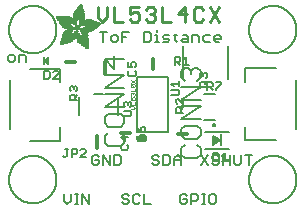
<source format=gbr>
G04 EAGLE Gerber RS-274X export*
G75*
%MOMM*%
%FSLAX34Y34*%
%LPD*%
%INSilkscreen Top*%
%IPPOS*%
%AMOC8*
5,1,8,0,0,1.08239X$1,22.5*%
G01*
%ADD10C,0.152400*%
%ADD11C,0.228600*%
%ADD12C,0.127000*%
%ADD13C,0.406400*%
%ADD14C,0.050800*%
%ADD15C,0.203200*%
%ADD16R,0.200000X1.000000*%
%ADD17C,0.304800*%
%ADD18R,0.050800X0.006300*%
%ADD19R,0.082600X0.006400*%
%ADD20R,0.120600X0.006300*%
%ADD21R,0.139700X0.006400*%
%ADD22R,0.158800X0.006300*%
%ADD23R,0.177800X0.006400*%
%ADD24R,0.196800X0.006300*%
%ADD25R,0.215900X0.006400*%
%ADD26R,0.228600X0.006300*%
%ADD27R,0.241300X0.006400*%
%ADD28R,0.254000X0.006300*%
%ADD29R,0.266700X0.006400*%
%ADD30R,0.279400X0.006300*%
%ADD31R,0.285700X0.006400*%
%ADD32R,0.298400X0.006300*%
%ADD33R,0.311200X0.006400*%
%ADD34R,0.317500X0.006300*%
%ADD35R,0.330200X0.006400*%
%ADD36R,0.336600X0.006300*%
%ADD37R,0.349200X0.006400*%
%ADD38R,0.361900X0.006300*%
%ADD39R,0.368300X0.006400*%
%ADD40R,0.381000X0.006300*%
%ADD41R,0.387300X0.006400*%
%ADD42R,0.393700X0.006300*%
%ADD43R,0.406400X0.006400*%
%ADD44R,0.412700X0.006300*%
%ADD45R,0.419100X0.006400*%
%ADD46R,0.431800X0.006300*%
%ADD47R,0.438100X0.006400*%
%ADD48R,0.450800X0.006300*%
%ADD49R,0.457200X0.006400*%
%ADD50R,0.463500X0.006300*%
%ADD51R,0.476200X0.006400*%
%ADD52R,0.482600X0.006300*%
%ADD53R,0.488900X0.006400*%
%ADD54R,0.501600X0.006300*%
%ADD55R,0.508000X0.006400*%
%ADD56R,0.514300X0.006300*%
%ADD57R,0.527000X0.006400*%
%ADD58R,0.533400X0.006300*%
%ADD59R,0.546100X0.006400*%
%ADD60R,0.552400X0.006300*%
%ADD61R,0.558800X0.006400*%
%ADD62R,0.571500X0.006300*%
%ADD63R,0.577800X0.006400*%
%ADD64R,0.584200X0.006300*%
%ADD65R,0.596900X0.006400*%
%ADD66R,0.603200X0.006300*%
%ADD67R,0.609600X0.006400*%
%ADD68R,0.622300X0.006300*%
%ADD69R,0.628600X0.006400*%
%ADD70R,0.641300X0.006300*%
%ADD71R,0.647700X0.006400*%
%ADD72R,0.063500X0.006300*%
%ADD73R,0.654000X0.006300*%
%ADD74R,0.101600X0.006400*%
%ADD75R,0.666700X0.006400*%
%ADD76R,0.139700X0.006300*%
%ADD77R,0.673100X0.006300*%
%ADD78R,0.165100X0.006400*%
%ADD79R,0.679400X0.006400*%
%ADD80R,0.196900X0.006300*%
%ADD81R,0.692100X0.006300*%
%ADD82R,0.222200X0.006400*%
%ADD83R,0.698500X0.006400*%
%ADD84R,0.247700X0.006300*%
%ADD85R,0.704800X0.006300*%
%ADD86R,0.279400X0.006400*%
%ADD87R,0.717500X0.006400*%
%ADD88R,0.298500X0.006300*%
%ADD89R,0.723900X0.006300*%
%ADD90R,0.736600X0.006400*%
%ADD91R,0.342900X0.006300*%
%ADD92R,0.742900X0.006300*%
%ADD93R,0.374700X0.006400*%
%ADD94R,0.749300X0.006400*%
%ADD95R,0.762000X0.006300*%
%ADD96R,0.412700X0.006400*%
%ADD97R,0.768300X0.006400*%
%ADD98R,0.438100X0.006300*%
%ADD99R,0.774700X0.006300*%
%ADD100R,0.463600X0.006400*%
%ADD101R,0.787400X0.006400*%
%ADD102R,0.793700X0.006300*%
%ADD103R,0.495300X0.006400*%
%ADD104R,0.800100X0.006400*%
%ADD105R,0.520700X0.006300*%
%ADD106R,0.812800X0.006300*%
%ADD107R,0.533400X0.006400*%
%ADD108R,0.819100X0.006400*%
%ADD109R,0.558800X0.006300*%
%ADD110R,0.825500X0.006300*%
%ADD111R,0.577900X0.006400*%
%ADD112R,0.831800X0.006400*%
%ADD113R,0.596900X0.006300*%
%ADD114R,0.844500X0.006300*%
%ADD115R,0.616000X0.006400*%
%ADD116R,0.850900X0.006400*%
%ADD117R,0.635000X0.006300*%
%ADD118R,0.857200X0.006300*%
%ADD119R,0.654100X0.006400*%
%ADD120R,0.863600X0.006400*%
%ADD121R,0.666700X0.006300*%
%ADD122R,0.869900X0.006300*%
%ADD123R,0.685800X0.006400*%
%ADD124R,0.876300X0.006400*%
%ADD125R,0.882600X0.006300*%
%ADD126R,0.723900X0.006400*%
%ADD127R,0.889000X0.006400*%
%ADD128R,0.895300X0.006300*%
%ADD129R,0.755700X0.006400*%
%ADD130R,0.901700X0.006400*%
%ADD131R,0.908000X0.006300*%
%ADD132R,0.793800X0.006400*%
%ADD133R,0.914400X0.006400*%
%ADD134R,0.806400X0.006300*%
%ADD135R,0.920700X0.006300*%
%ADD136R,0.825500X0.006400*%
%ADD137R,0.927100X0.006400*%
%ADD138R,0.933400X0.006300*%
%ADD139R,0.857300X0.006400*%
%ADD140R,0.939800X0.006400*%
%ADD141R,0.870000X0.006300*%
%ADD142R,0.939800X0.006300*%
%ADD143R,0.946100X0.006400*%
%ADD144R,0.952500X0.006300*%
%ADD145R,0.908000X0.006400*%
%ADD146R,0.958800X0.006400*%
%ADD147R,0.965200X0.006300*%
%ADD148R,0.965200X0.006400*%
%ADD149R,0.971500X0.006300*%
%ADD150R,0.952500X0.006400*%
%ADD151R,0.977900X0.006400*%
%ADD152R,0.958800X0.006300*%
%ADD153R,0.984200X0.006300*%
%ADD154R,0.971500X0.006400*%
%ADD155R,0.984200X0.006400*%
%ADD156R,0.990600X0.006300*%
%ADD157R,0.984300X0.006400*%
%ADD158R,0.996900X0.006400*%
%ADD159R,0.997000X0.006300*%
%ADD160R,0.996900X0.006300*%
%ADD161R,1.003300X0.006400*%
%ADD162R,1.016000X0.006300*%
%ADD163R,1.009600X0.006300*%
%ADD164R,1.016000X0.006400*%
%ADD165R,1.009600X0.006400*%
%ADD166R,1.022300X0.006300*%
%ADD167R,1.028700X0.006400*%
%ADD168R,1.035100X0.006300*%
%ADD169R,1.047800X0.006400*%
%ADD170R,1.054100X0.006300*%
%ADD171R,1.028700X0.006300*%
%ADD172R,1.054100X0.006400*%
%ADD173R,1.035000X0.006400*%
%ADD174R,1.060400X0.006300*%
%ADD175R,1.035000X0.006300*%
%ADD176R,1.060500X0.006400*%
%ADD177R,1.041400X0.006400*%
%ADD178R,1.066800X0.006300*%
%ADD179R,1.041400X0.006300*%
%ADD180R,1.079500X0.006400*%
%ADD181R,1.047700X0.006400*%
%ADD182R,1.085900X0.006300*%
%ADD183R,1.047700X0.006300*%
%ADD184R,1.085800X0.006400*%
%ADD185R,1.092200X0.006300*%
%ADD186R,1.085900X0.006400*%
%ADD187R,1.098600X0.006300*%
%ADD188R,1.098600X0.006400*%
%ADD189R,1.060400X0.006400*%
%ADD190R,1.104900X0.006300*%
%ADD191R,1.104900X0.006400*%
%ADD192R,1.066800X0.006400*%
%ADD193R,1.111200X0.006300*%
%ADD194R,1.117600X0.006400*%
%ADD195R,1.117600X0.006300*%
%ADD196R,1.073100X0.006300*%
%ADD197R,1.073100X0.006400*%
%ADD198R,1.124000X0.006300*%
%ADD199R,1.079500X0.006300*%
%ADD200R,1.123900X0.006400*%
%ADD201R,1.130300X0.006300*%
%ADD202R,1.130300X0.006400*%
%ADD203R,1.136700X0.006400*%
%ADD204R,1.136700X0.006300*%
%ADD205R,1.085800X0.006300*%
%ADD206R,1.136600X0.006400*%
%ADD207R,1.136600X0.006300*%
%ADD208R,1.143000X0.006400*%
%ADD209R,1.143000X0.006300*%
%ADD210R,1.149400X0.006300*%
%ADD211R,1.149300X0.006300*%
%ADD212R,1.149300X0.006400*%
%ADD213R,1.149400X0.006400*%
%ADD214R,1.155700X0.006400*%
%ADD215R,1.155700X0.006300*%
%ADD216R,1.060500X0.006300*%
%ADD217R,2.197100X0.006400*%
%ADD218R,2.197100X0.006300*%
%ADD219R,2.184400X0.006300*%
%ADD220R,2.184400X0.006400*%
%ADD221R,2.171700X0.006400*%
%ADD222R,2.171700X0.006300*%
%ADD223R,1.530300X0.006400*%
%ADD224R,1.505000X0.006300*%
%ADD225R,1.492300X0.006400*%
%ADD226R,1.485900X0.006300*%
%ADD227R,0.565200X0.006300*%
%ADD228R,1.473200X0.006400*%
%ADD229R,0.565200X0.006400*%
%ADD230R,1.460500X0.006300*%
%ADD231R,1.454100X0.006400*%
%ADD232R,0.552400X0.006400*%
%ADD233R,1.441500X0.006300*%
%ADD234R,0.546100X0.006300*%
%ADD235R,1.435100X0.006400*%
%ADD236R,0.539800X0.006400*%
%ADD237R,1.428800X0.006300*%
%ADD238R,1.422400X0.006400*%
%ADD239R,1.409700X0.006300*%
%ADD240R,0.527100X0.006300*%
%ADD241R,1.403300X0.006400*%
%ADD242R,0.527100X0.006400*%
%ADD243R,1.390700X0.006300*%
%ADD244R,1.384300X0.006400*%
%ADD245R,0.520700X0.006400*%
%ADD246R,1.384300X0.006300*%
%ADD247R,0.514400X0.006300*%
%ADD248R,1.371600X0.006400*%
%ADD249R,1.365200X0.006300*%
%ADD250R,0.508000X0.006300*%
%ADD251R,1.352600X0.006400*%
%ADD252R,0.501700X0.006400*%
%ADD253R,0.711200X0.006300*%
%ADD254R,0.603300X0.006300*%
%ADD255R,0.501700X0.006300*%
%ADD256R,0.692100X0.006400*%
%ADD257R,0.571500X0.006400*%
%ADD258R,0.679400X0.006300*%
%ADD259R,0.495300X0.006300*%
%ADD260R,0.673100X0.006400*%
%ADD261R,0.666800X0.006300*%
%ADD262R,0.488900X0.006300*%
%ADD263R,0.660400X0.006400*%
%ADD264R,0.482600X0.006400*%
%ADD265R,0.476200X0.006300*%
%ADD266R,0.654000X0.006400*%
%ADD267R,0.469900X0.006400*%
%ADD268R,0.476300X0.006400*%
%ADD269R,0.647700X0.006300*%
%ADD270R,0.457200X0.006300*%
%ADD271R,0.469900X0.006300*%
%ADD272R,0.641300X0.006400*%
%ADD273R,0.444500X0.006400*%
%ADD274R,0.463600X0.006300*%
%ADD275R,0.635000X0.006400*%
%ADD276R,0.463500X0.006400*%
%ADD277R,0.393700X0.006400*%
%ADD278R,0.450800X0.006400*%
%ADD279R,0.628600X0.006300*%
%ADD280R,0.387400X0.006300*%
%ADD281R,0.450900X0.006300*%
%ADD282R,0.628700X0.006400*%
%ADD283R,0.374600X0.006400*%
%ADD284R,0.368300X0.006300*%
%ADD285R,0.438200X0.006300*%
%ADD286R,0.622300X0.006400*%
%ADD287R,0.355600X0.006400*%
%ADD288R,0.431800X0.006400*%
%ADD289R,0.349300X0.006300*%
%ADD290R,0.425400X0.006300*%
%ADD291R,0.615900X0.006300*%
%ADD292R,0.330200X0.006300*%
%ADD293R,0.419100X0.006300*%
%ADD294R,0.616000X0.006300*%
%ADD295R,0.311200X0.006300*%
%ADD296R,0.406400X0.006300*%
%ADD297R,0.615900X0.006400*%
%ADD298R,0.304800X0.006400*%
%ADD299R,0.158800X0.006400*%
%ADD300R,0.609600X0.006300*%
%ADD301R,0.292100X0.006300*%
%ADD302R,0.235000X0.006300*%
%ADD303R,0.387400X0.006400*%
%ADD304R,0.292100X0.006400*%
%ADD305R,0.336500X0.006300*%
%ADD306R,0.260400X0.006300*%
%ADD307R,0.603300X0.006400*%
%ADD308R,0.260400X0.006400*%
%ADD309R,0.362000X0.006400*%
%ADD310R,0.450900X0.006400*%
%ADD311R,0.355600X0.006300*%
%ADD312R,0.342900X0.006400*%
%ADD313R,0.514300X0.006400*%
%ADD314R,0.234900X0.006300*%
%ADD315R,0.539700X0.006300*%
%ADD316R,0.603200X0.006400*%
%ADD317R,0.234900X0.006400*%
%ADD318R,0.920700X0.006400*%
%ADD319R,0.958900X0.006400*%
%ADD320R,0.215900X0.006300*%
%ADD321R,0.209600X0.006400*%
%ADD322R,0.203200X0.006300*%
%ADD323R,1.003300X0.006300*%
%ADD324R,0.203200X0.006400*%
%ADD325R,0.196900X0.006400*%
%ADD326R,0.190500X0.006300*%
%ADD327R,0.190500X0.006400*%
%ADD328R,0.184200X0.006300*%
%ADD329R,0.590500X0.006400*%
%ADD330R,0.184200X0.006400*%
%ADD331R,0.590500X0.006300*%
%ADD332R,0.177800X0.006300*%
%ADD333R,0.584200X0.006400*%
%ADD334R,1.168400X0.006400*%
%ADD335R,0.171500X0.006300*%
%ADD336R,1.187500X0.006300*%
%ADD337R,1.200100X0.006400*%
%ADD338R,0.577800X0.006300*%
%ADD339R,1.212900X0.006300*%
%ADD340R,1.231900X0.006400*%
%ADD341R,1.250900X0.006300*%
%ADD342R,0.565100X0.006400*%
%ADD343R,0.184100X0.006400*%
%ADD344R,1.263700X0.006400*%
%ADD345R,0.565100X0.006300*%
%ADD346R,1.289100X0.006300*%
%ADD347R,1.314400X0.006400*%
%ADD348R,0.552500X0.006300*%
%ADD349R,1.568500X0.006300*%
%ADD350R,0.552500X0.006400*%
%ADD351R,1.581200X0.006400*%
%ADD352R,1.593800X0.006300*%
%ADD353R,1.606500X0.006400*%
%ADD354R,1.619300X0.006300*%
%ADD355R,0.514400X0.006400*%
%ADD356R,1.638300X0.006400*%
%ADD357R,1.657300X0.006300*%
%ADD358R,2.209800X0.006400*%
%ADD359R,2.425700X0.006300*%
%ADD360R,2.470100X0.006400*%
%ADD361R,2.501900X0.006300*%
%ADD362R,2.533700X0.006400*%
%ADD363R,2.559000X0.006300*%
%ADD364R,2.584500X0.006400*%
%ADD365R,2.609900X0.006300*%
%ADD366R,2.628900X0.006400*%
%ADD367R,2.660600X0.006300*%
%ADD368R,2.673400X0.006400*%
%ADD369R,1.422400X0.006300*%
%ADD370R,1.200200X0.006300*%
%ADD371R,1.365300X0.006300*%
%ADD372R,1.365300X0.006400*%
%ADD373R,1.352500X0.006300*%
%ADD374R,1.098500X0.006300*%
%ADD375R,1.358900X0.006400*%
%ADD376R,1.352600X0.006300*%
%ADD377R,1.358900X0.006300*%
%ADD378R,1.371600X0.006300*%
%ADD379R,1.377900X0.006400*%
%ADD380R,1.397000X0.006400*%
%ADD381R,1.403300X0.006300*%
%ADD382R,0.914400X0.006300*%
%ADD383R,0.876300X0.006300*%
%ADD384R,0.374600X0.006300*%
%ADD385R,1.073200X0.006400*%
%ADD386R,0.374700X0.006300*%
%ADD387R,0.844600X0.006400*%
%ADD388R,0.844600X0.006300*%
%ADD389R,0.831900X0.006400*%
%ADD390R,1.092200X0.006400*%
%ADD391R,0.400000X0.006300*%
%ADD392R,0.819200X0.006400*%
%ADD393R,1.111300X0.006400*%
%ADD394R,0.812800X0.006400*%
%ADD395R,0.800100X0.006300*%
%ADD396R,0.476300X0.006300*%
%ADD397R,1.181100X0.006300*%
%ADD398R,0.501600X0.006400*%
%ADD399R,1.193800X0.006400*%
%ADD400R,0.781000X0.006400*%
%ADD401R,1.238200X0.006400*%
%ADD402R,0.781100X0.006300*%
%ADD403R,1.257300X0.006300*%
%ADD404R,1.295400X0.006400*%
%ADD405R,1.333500X0.006300*%
%ADD406R,0.774700X0.006400*%
%ADD407R,1.866900X0.006400*%
%ADD408R,0.209600X0.006300*%
%ADD409R,1.866900X0.006300*%
%ADD410R,0.768400X0.006400*%
%ADD411R,0.209500X0.006400*%
%ADD412R,1.860600X0.006400*%
%ADD413R,0.762000X0.006400*%
%ADD414R,0.768400X0.006300*%
%ADD415R,1.860600X0.006300*%
%ADD416R,1.860500X0.006400*%
%ADD417R,0.222300X0.006300*%
%ADD418R,1.854200X0.006300*%
%ADD419R,0.235000X0.006400*%
%ADD420R,1.854200X0.006400*%
%ADD421R,0.768300X0.006300*%
%ADD422R,0.260300X0.006400*%
%ADD423R,1.847800X0.006400*%
%ADD424R,0.266700X0.006300*%
%ADD425R,1.847800X0.006300*%
%ADD426R,0.273100X0.006400*%
%ADD427R,1.841500X0.006400*%
%ADD428R,0.285800X0.006300*%
%ADD429R,1.841500X0.006300*%
%ADD430R,0.298500X0.006400*%
%ADD431R,1.835100X0.006400*%
%ADD432R,0.781000X0.006300*%
%ADD433R,0.304800X0.006300*%
%ADD434R,1.835100X0.006300*%
%ADD435R,0.317500X0.006400*%
%ADD436R,1.828800X0.006400*%
%ADD437R,0.787400X0.006300*%
%ADD438R,0.323800X0.006300*%
%ADD439R,1.828800X0.006300*%
%ADD440R,0.793700X0.006400*%
%ADD441R,1.822400X0.006400*%
%ADD442R,0.806500X0.006300*%
%ADD443R,1.822400X0.006300*%
%ADD444R,1.816100X0.006400*%
%ADD445R,0.819100X0.006300*%
%ADD446R,0.387300X0.006300*%
%ADD447R,1.816100X0.006300*%
%ADD448R,1.809800X0.006400*%
%ADD449R,1.803400X0.006300*%
%ADD450R,1.797000X0.006400*%
%ADD451R,0.901700X0.006300*%
%ADD452R,1.797000X0.006300*%
%ADD453R,1.441400X0.006400*%
%ADD454R,1.790700X0.006400*%
%ADD455R,1.447800X0.006300*%
%ADD456R,1.784300X0.006300*%
%ADD457R,1.447800X0.006400*%
%ADD458R,1.784300X0.006400*%
%ADD459R,1.454100X0.006300*%
%ADD460R,1.771700X0.006300*%
%ADD461R,1.460500X0.006400*%
%ADD462R,1.759000X0.006400*%
%ADD463R,1.466800X0.006300*%
%ADD464R,1.752600X0.006300*%
%ADD465R,1.466800X0.006400*%
%ADD466R,1.739900X0.006400*%
%ADD467R,1.473200X0.006300*%
%ADD468R,1.727200X0.006300*%
%ADD469R,1.479500X0.006400*%
%ADD470R,1.714500X0.006400*%
%ADD471R,1.695400X0.006300*%
%ADD472R,1.485900X0.006400*%
%ADD473R,1.682700X0.006400*%
%ADD474R,1.492200X0.006300*%
%ADD475R,1.663700X0.006300*%
%ADD476R,1.498600X0.006400*%
%ADD477R,1.644600X0.006400*%
%ADD478R,1.498600X0.006300*%
%ADD479R,1.619200X0.006300*%
%ADD480R,1.511300X0.006400*%
%ADD481R,1.600200X0.006400*%
%ADD482R,1.517700X0.006300*%
%ADD483R,1.574800X0.006300*%
%ADD484R,1.524000X0.006400*%
%ADD485R,1.555800X0.006400*%
%ADD486R,1.524000X0.006300*%
%ADD487R,1.536700X0.006300*%
%ADD488R,1.530400X0.006400*%
%ADD489R,1.517700X0.006400*%
%ADD490R,1.492300X0.006300*%
%ADD491R,1.549400X0.006400*%
%ADD492R,1.479600X0.006400*%
%ADD493R,1.549400X0.006300*%
%ADD494R,1.555700X0.006400*%
%ADD495R,1.562100X0.006300*%
%ADD496R,0.323900X0.006300*%
%ADD497R,1.568400X0.006400*%
%ADD498R,0.336600X0.006400*%
%ADD499R,1.587500X0.006300*%
%ADD500R,0.971600X0.006300*%
%ADD501R,0.349300X0.006400*%
%ADD502R,1.600200X0.006300*%
%ADD503R,0.920800X0.006300*%
%ADD504R,0.882700X0.006400*%
%ADD505R,1.612900X0.006300*%
%ADD506R,0.362000X0.006300*%
%ADD507R,1.625600X0.006400*%
%ADD508R,1.625600X0.006300*%
%ADD509R,1.644600X0.006300*%
%ADD510R,0.736600X0.006300*%
%ADD511R,0.717600X0.006400*%
%ADD512R,1.657400X0.006300*%
%ADD513R,0.679500X0.006300*%
%ADD514R,1.663700X0.006400*%
%ADD515R,0.400000X0.006400*%
%ADD516R,1.676400X0.006300*%
%ADD517R,1.676400X0.006400*%
%ADD518R,0.425500X0.006400*%
%ADD519R,1.352500X0.006400*%
%ADD520R,0.444500X0.006300*%
%ADD521R,0.361900X0.006400*%
%ADD522R,0.088900X0.006300*%
%ADD523R,1.009700X0.006300*%
%ADD524R,1.009700X0.006400*%
%ADD525R,1.022300X0.006400*%
%ADD526R,1.346200X0.006400*%
%ADD527R,1.346200X0.006300*%
%ADD528R,1.339900X0.006400*%
%ADD529R,1.035100X0.006400*%
%ADD530R,1.339800X0.006300*%
%ADD531R,1.333500X0.006400*%
%ADD532R,1.327200X0.006400*%
%ADD533R,1.320800X0.006300*%
%ADD534R,1.314500X0.006400*%
%ADD535R,1.314400X0.006300*%
%ADD536R,1.301700X0.006400*%
%ADD537R,1.295400X0.006300*%
%ADD538R,1.289000X0.006400*%
%ADD539R,1.276300X0.006300*%
%ADD540R,1.251000X0.006300*%
%ADD541R,1.244600X0.006400*%
%ADD542R,1.231900X0.006300*%
%ADD543R,1.212800X0.006400*%
%ADD544R,1.200100X0.006300*%
%ADD545R,1.187400X0.006400*%
%ADD546R,1.168400X0.006300*%
%ADD547R,1.047800X0.006300*%
%ADD548R,0.977900X0.006300*%
%ADD549R,0.946200X0.006400*%
%ADD550R,0.933400X0.006400*%
%ADD551R,0.895300X0.006400*%
%ADD552R,0.882700X0.006300*%
%ADD553R,0.863600X0.006300*%
%ADD554R,0.857200X0.006400*%
%ADD555R,0.850900X0.006300*%
%ADD556R,0.838200X0.006300*%
%ADD557R,0.806500X0.006400*%
%ADD558R,0.717600X0.006300*%
%ADD559R,0.711200X0.006400*%
%ADD560R,0.641400X0.006400*%
%ADD561R,0.641400X0.006300*%
%ADD562R,0.628700X0.006300*%
%ADD563R,0.590600X0.006300*%
%ADD564R,0.539700X0.006400*%
%ADD565R,0.285700X0.006300*%
%ADD566R,0.222200X0.006300*%
%ADD567R,0.171400X0.006300*%
%ADD568R,0.152400X0.006400*%
%ADD569R,0.133400X0.006300*%
%ADD570R,0.127000X0.762000*%

G36*
X179655Y55413D02*
X179655Y55413D01*
X179726Y55411D01*
X179796Y55430D01*
X179867Y55438D01*
X179922Y55463D01*
X180001Y55483D01*
X180104Y55544D01*
X180173Y55575D01*
X183173Y57575D01*
X183260Y57652D01*
X183350Y57725D01*
X183365Y57747D01*
X183385Y57765D01*
X183447Y57862D01*
X183514Y57957D01*
X183522Y57983D01*
X183537Y58005D01*
X183569Y58116D01*
X183607Y58226D01*
X183608Y58253D01*
X183615Y58278D01*
X183615Y58394D01*
X183621Y58510D01*
X183615Y58536D01*
X183615Y58563D01*
X183583Y58674D01*
X183557Y58787D01*
X183544Y58810D01*
X183536Y58836D01*
X183474Y58934D01*
X183418Y59035D01*
X183400Y59051D01*
X183385Y59076D01*
X183177Y59261D01*
X183173Y59265D01*
X180173Y61265D01*
X180109Y61296D01*
X180049Y61336D01*
X179981Y61357D01*
X179917Y61388D01*
X179846Y61400D01*
X179778Y61421D01*
X179707Y61423D01*
X179637Y61435D01*
X179565Y61427D01*
X179494Y61429D01*
X179425Y61411D01*
X179354Y61402D01*
X179288Y61375D01*
X179219Y61357D01*
X179158Y61320D01*
X179092Y61293D01*
X179036Y61248D01*
X178974Y61212D01*
X178925Y61160D01*
X178870Y61115D01*
X178829Y61057D01*
X178780Y61004D01*
X178747Y60941D01*
X178706Y60883D01*
X178683Y60815D01*
X178650Y60751D01*
X178640Y60692D01*
X178613Y60614D01*
X178607Y60495D01*
X178595Y60420D01*
X178595Y56420D01*
X178605Y56349D01*
X178605Y56277D01*
X178625Y56209D01*
X178635Y56139D01*
X178664Y56073D01*
X178684Y56004D01*
X178722Y55944D01*
X178751Y55879D01*
X178797Y55824D01*
X178835Y55764D01*
X178889Y55716D01*
X178935Y55662D01*
X178994Y55622D01*
X179048Y55575D01*
X179112Y55544D01*
X179171Y55505D01*
X179240Y55483D01*
X179304Y55452D01*
X179374Y55440D01*
X179442Y55419D01*
X179514Y55417D01*
X179585Y55405D01*
X179655Y55413D01*
G37*
G36*
X38618Y122433D02*
X38618Y122433D01*
X38647Y122430D01*
X38739Y122450D01*
X38832Y122463D01*
X38859Y122476D01*
X38888Y122482D01*
X38968Y122530D01*
X39052Y122572D01*
X39073Y122593D01*
X39099Y122608D01*
X39160Y122680D01*
X39226Y122746D01*
X39239Y122772D01*
X39259Y122795D01*
X39294Y122882D01*
X39336Y122966D01*
X39340Y122996D01*
X39351Y123023D01*
X39369Y123190D01*
X39369Y128270D01*
X39364Y128299D01*
X39367Y128329D01*
X39345Y128420D01*
X39330Y128513D01*
X39316Y128539D01*
X39309Y128568D01*
X39258Y128647D01*
X39214Y128730D01*
X39193Y128751D01*
X39177Y128776D01*
X39104Y128835D01*
X39036Y128900D01*
X39009Y128912D01*
X38986Y128931D01*
X38898Y128964D01*
X38813Y129003D01*
X38783Y129006D01*
X38756Y129017D01*
X38662Y129020D01*
X38569Y129030D01*
X38539Y129024D01*
X38510Y129025D01*
X38420Y128998D01*
X38328Y128978D01*
X38303Y128963D01*
X38274Y128954D01*
X38132Y128864D01*
X34957Y126324D01*
X34888Y126247D01*
X34815Y126174D01*
X34806Y126157D01*
X34793Y126142D01*
X34751Y126046D01*
X34705Y125954D01*
X34703Y125934D01*
X34695Y125916D01*
X34686Y125813D01*
X34672Y125710D01*
X34676Y125691D01*
X34674Y125671D01*
X34699Y125570D01*
X34718Y125468D01*
X34728Y125451D01*
X34732Y125432D01*
X34788Y125345D01*
X34839Y125254D01*
X34856Y125237D01*
X34864Y125224D01*
X34889Y125204D01*
X34957Y125136D01*
X38132Y122596D01*
X38158Y122581D01*
X38180Y122561D01*
X38265Y122521D01*
X38347Y122475D01*
X38376Y122469D01*
X38403Y122457D01*
X38496Y122447D01*
X38588Y122429D01*
X38618Y122433D01*
G37*
D10*
X51788Y13215D02*
X51788Y7453D01*
X54670Y4572D01*
X57551Y7453D01*
X57551Y13215D01*
X61144Y4572D02*
X64025Y4572D01*
X62584Y4572D02*
X62584Y13215D01*
X61144Y13215D02*
X64025Y13215D01*
X67380Y13215D02*
X67380Y4572D01*
X73143Y4572D02*
X67380Y13215D01*
X73143Y13215D02*
X73143Y4572D01*
X81391Y44795D02*
X79951Y46235D01*
X77070Y46235D01*
X75629Y44795D01*
X75629Y39033D01*
X77070Y37592D01*
X79951Y37592D01*
X81391Y39033D01*
X81391Y41914D01*
X78510Y41914D01*
X84984Y46235D02*
X84984Y37592D01*
X90747Y37592D02*
X84984Y46235D01*
X90747Y46235D02*
X90747Y37592D01*
X94340Y37592D02*
X94340Y46235D01*
X94340Y37592D02*
X98661Y37592D01*
X100102Y39033D01*
X100102Y44795D01*
X98661Y46235D01*
X94340Y46235D01*
X105351Y13215D02*
X106791Y11775D01*
X105351Y13215D02*
X102470Y13215D01*
X101029Y11775D01*
X101029Y10334D01*
X102470Y8894D01*
X105351Y8894D01*
X106791Y7453D01*
X106791Y6013D01*
X105351Y4572D01*
X102470Y4572D01*
X101029Y6013D01*
X114706Y13215D02*
X116147Y11775D01*
X114706Y13215D02*
X111825Y13215D01*
X110384Y11775D01*
X110384Y6013D01*
X111825Y4572D01*
X114706Y4572D01*
X116147Y6013D01*
X119740Y4572D02*
X119740Y13215D01*
X119740Y4572D02*
X125502Y4572D01*
X132191Y44795D02*
X130751Y46235D01*
X127870Y46235D01*
X126429Y44795D01*
X126429Y43354D01*
X127870Y41914D01*
X130751Y41914D01*
X132191Y40473D01*
X132191Y39033D01*
X130751Y37592D01*
X127870Y37592D01*
X126429Y39033D01*
X135784Y37592D02*
X135784Y46235D01*
X135784Y37592D02*
X140106Y37592D01*
X141547Y39033D01*
X141547Y44795D01*
X140106Y46235D01*
X135784Y46235D01*
X145140Y43354D02*
X145140Y37592D01*
X145140Y43354D02*
X148021Y46235D01*
X150902Y43354D01*
X150902Y37592D01*
X150902Y41914D02*
X145140Y41914D01*
X154303Y13215D02*
X155743Y11775D01*
X154303Y13215D02*
X151421Y13215D01*
X149981Y11775D01*
X149981Y6013D01*
X151421Y4572D01*
X154303Y4572D01*
X155743Y6013D01*
X155743Y8894D01*
X152862Y8894D01*
X159336Y13215D02*
X159336Y4572D01*
X159336Y13215D02*
X163658Y13215D01*
X165098Y11775D01*
X165098Y8894D01*
X163658Y7453D01*
X159336Y7453D01*
X168691Y4572D02*
X171572Y4572D01*
X170132Y4572D02*
X170132Y13215D01*
X171572Y13215D02*
X168691Y13215D01*
X176369Y13215D02*
X179250Y13215D01*
X176369Y13215D02*
X174928Y11775D01*
X174928Y6013D01*
X176369Y4572D01*
X179250Y4572D01*
X180690Y6013D01*
X180690Y11775D01*
X179250Y13215D01*
X173636Y37592D02*
X167874Y46235D01*
X173636Y46235D02*
X167874Y37592D01*
X181551Y46235D02*
X182991Y44795D01*
X181551Y46235D02*
X178670Y46235D01*
X177229Y44795D01*
X177229Y43354D01*
X178670Y41914D01*
X181551Y41914D01*
X182991Y40473D01*
X182991Y39033D01*
X181551Y37592D01*
X178670Y37592D01*
X177229Y39033D01*
X186584Y37592D02*
X186584Y46235D01*
X186584Y41914D02*
X192347Y41914D01*
X192347Y46235D02*
X192347Y37592D01*
X195940Y39033D02*
X195940Y46235D01*
X195940Y39033D02*
X197380Y37592D01*
X200261Y37592D01*
X201702Y39033D01*
X201702Y46235D01*
X208176Y46235D02*
X208176Y37592D01*
X205295Y46235D02*
X211057Y46235D01*
D11*
X80233Y163029D02*
X80233Y171334D01*
X80233Y163029D02*
X84385Y158877D01*
X88537Y163029D01*
X88537Y171334D01*
X93798Y171334D02*
X93798Y158877D01*
X102102Y158877D01*
X107363Y171334D02*
X115667Y171334D01*
X107363Y171334D02*
X107363Y165105D01*
X111515Y167181D01*
X113591Y167181D01*
X115667Y165105D01*
X115667Y160953D01*
X113591Y158877D01*
X109439Y158877D01*
X107363Y160953D01*
X120928Y169258D02*
X123004Y171334D01*
X127156Y171334D01*
X129232Y169258D01*
X129232Y167181D01*
X127156Y165105D01*
X125080Y165105D01*
X127156Y165105D02*
X129232Y163029D01*
X129232Y160953D01*
X127156Y158877D01*
X123004Y158877D01*
X120928Y160953D01*
X134493Y158877D02*
X134493Y171334D01*
X134493Y158877D02*
X142797Y158877D01*
X154286Y158877D02*
X154286Y171334D01*
X148058Y165105D01*
X156362Y165105D01*
X167851Y171334D02*
X169927Y169258D01*
X167851Y171334D02*
X163699Y171334D01*
X161623Y169258D01*
X161623Y160953D01*
X163699Y158877D01*
X167851Y158877D01*
X169927Y160953D01*
X175188Y171334D02*
X183493Y158877D01*
X175188Y158877D02*
X183493Y171334D01*
D10*
X85250Y150375D02*
X85250Y141732D01*
X82369Y150375D02*
X88132Y150375D01*
X93165Y141732D02*
X96046Y141732D01*
X97487Y143173D01*
X97487Y146054D01*
X96046Y147494D01*
X93165Y147494D01*
X91724Y146054D01*
X91724Y143173D01*
X93165Y141732D01*
X101080Y141732D02*
X101080Y150375D01*
X106842Y150375D01*
X103961Y146054D02*
X101080Y146054D01*
X119790Y150375D02*
X119790Y141732D01*
X124112Y141732D01*
X125552Y143173D01*
X125552Y148935D01*
X124112Y150375D01*
X119790Y150375D01*
X129145Y147494D02*
X130586Y147494D01*
X130586Y141732D01*
X132026Y141732D02*
X129145Y141732D01*
X130586Y150375D02*
X130586Y151816D01*
X135382Y141732D02*
X139704Y141732D01*
X141144Y143173D01*
X139704Y144613D01*
X136823Y144613D01*
X135382Y146054D01*
X136823Y147494D01*
X141144Y147494D01*
X146178Y148935D02*
X146178Y143173D01*
X147618Y141732D01*
X147618Y147494D02*
X144737Y147494D01*
X152415Y147494D02*
X155296Y147494D01*
X156736Y146054D01*
X156736Y141732D01*
X152415Y141732D01*
X150974Y143173D01*
X152415Y144613D01*
X156736Y144613D01*
X160329Y141732D02*
X160329Y147494D01*
X164651Y147494D01*
X166091Y146054D01*
X166091Y141732D01*
X171125Y147494D02*
X175447Y147494D01*
X171125Y147494D02*
X169684Y146054D01*
X169684Y143173D01*
X171125Y141732D01*
X175447Y141732D01*
X180480Y141732D02*
X183361Y141732D01*
X180480Y141732D02*
X179040Y143173D01*
X179040Y146054D01*
X180480Y147494D01*
X183361Y147494D01*
X184802Y146054D01*
X184802Y144613D01*
X179040Y144613D01*
D12*
X8894Y125095D02*
X5928Y125095D01*
X8894Y125095D02*
X10377Y126578D01*
X10377Y129544D01*
X8894Y131027D01*
X5928Y131027D01*
X4445Y129544D01*
X4445Y126578D01*
X5928Y125095D01*
X13800Y125095D02*
X13800Y131027D01*
X18249Y131027D01*
X19732Y129544D01*
X19732Y125095D01*
D13*
X116586Y60900D02*
X116588Y60975D01*
X116594Y61049D01*
X116604Y61123D01*
X116617Y61196D01*
X116635Y61269D01*
X116656Y61340D01*
X116681Y61411D01*
X116710Y61480D01*
X116743Y61547D01*
X116779Y61612D01*
X116818Y61676D01*
X116860Y61737D01*
X116906Y61796D01*
X116955Y61853D01*
X117007Y61906D01*
X117061Y61957D01*
X117118Y62006D01*
X117178Y62050D01*
X117240Y62092D01*
X117304Y62131D01*
X117370Y62166D01*
X117437Y62197D01*
X117507Y62225D01*
X117577Y62249D01*
X117649Y62270D01*
X117722Y62286D01*
X117795Y62299D01*
X117870Y62308D01*
X117944Y62313D01*
X118019Y62314D01*
X118093Y62311D01*
X118168Y62304D01*
X118241Y62293D01*
X118315Y62279D01*
X118387Y62260D01*
X118458Y62238D01*
X118528Y62212D01*
X118597Y62182D01*
X118663Y62149D01*
X118728Y62112D01*
X118791Y62072D01*
X118852Y62028D01*
X118910Y61982D01*
X118966Y61932D01*
X119019Y61880D01*
X119070Y61825D01*
X119117Y61767D01*
X119161Y61707D01*
X119202Y61644D01*
X119240Y61580D01*
X119274Y61514D01*
X119305Y61445D01*
X119332Y61376D01*
X119355Y61305D01*
X119374Y61233D01*
X119390Y61160D01*
X119402Y61086D01*
X119410Y61012D01*
X119414Y60937D01*
X119414Y60863D01*
X119410Y60788D01*
X119402Y60714D01*
X119390Y60640D01*
X119374Y60567D01*
X119355Y60495D01*
X119332Y60424D01*
X119305Y60355D01*
X119274Y60286D01*
X119240Y60220D01*
X119202Y60156D01*
X119161Y60093D01*
X119117Y60033D01*
X119070Y59975D01*
X119019Y59920D01*
X118966Y59868D01*
X118910Y59818D01*
X118852Y59772D01*
X118791Y59728D01*
X118728Y59688D01*
X118663Y59651D01*
X118597Y59618D01*
X118528Y59588D01*
X118458Y59562D01*
X118387Y59540D01*
X118315Y59521D01*
X118241Y59507D01*
X118168Y59496D01*
X118093Y59489D01*
X118019Y59486D01*
X117944Y59487D01*
X117870Y59492D01*
X117795Y59501D01*
X117722Y59514D01*
X117649Y59530D01*
X117577Y59551D01*
X117507Y59575D01*
X117437Y59603D01*
X117370Y59634D01*
X117304Y59669D01*
X117240Y59708D01*
X117178Y59750D01*
X117118Y59794D01*
X117061Y59843D01*
X117007Y59894D01*
X116955Y59947D01*
X116906Y60004D01*
X116860Y60063D01*
X116818Y60124D01*
X116779Y60188D01*
X116743Y60253D01*
X116710Y60320D01*
X116681Y60389D01*
X116656Y60460D01*
X116635Y60531D01*
X116617Y60604D01*
X116604Y60677D01*
X116594Y60751D01*
X116588Y60825D01*
X116586Y60900D01*
D12*
X140000Y65900D02*
X140000Y111900D01*
X140000Y65900D02*
X114000Y65900D01*
X114000Y111900D01*
X140000Y111900D01*
D10*
X142756Y96694D02*
X148264Y96694D01*
X149366Y97795D01*
X149366Y99999D01*
X148264Y101100D01*
X142756Y101100D01*
X144960Y104178D02*
X142756Y106381D01*
X149366Y106381D01*
X149366Y104178D02*
X149366Y108584D01*
D14*
X110624Y84959D02*
X108251Y84959D01*
X110624Y84959D02*
X111810Y86146D01*
X110624Y87332D01*
X108251Y87332D01*
X108251Y88702D02*
X111810Y88702D01*
X111810Y91074D01*
X108251Y92444D02*
X108251Y94816D01*
X108251Y92444D02*
X110031Y92444D01*
X109437Y93630D01*
X109437Y94223D01*
X110031Y94816D01*
X111217Y94816D01*
X111810Y94223D01*
X111810Y93037D01*
X111217Y92444D01*
X108844Y96186D02*
X108251Y96779D01*
X108251Y97965D01*
X108844Y98558D01*
X109437Y98558D01*
X110031Y97965D01*
X110031Y97372D01*
X110031Y97965D02*
X110624Y98558D01*
X111217Y98558D01*
X111810Y97965D01*
X111810Y96779D01*
X111217Y96186D01*
X111810Y99928D02*
X108251Y99928D01*
X111810Y99928D02*
X111810Y102300D01*
X111217Y103670D02*
X108844Y103670D01*
X108251Y104263D01*
X108251Y105449D01*
X108844Y106042D01*
X111217Y106042D01*
X111810Y105449D01*
X111810Y104263D01*
X111217Y103670D01*
X108844Y106042D01*
X108251Y107412D02*
X111810Y109785D01*
X111810Y107412D02*
X108251Y109785D01*
D15*
X171610Y51420D02*
X191610Y51420D01*
X191610Y65420D02*
X171610Y65420D01*
X178110Y54420D02*
X184110Y58420D01*
X178110Y54420D02*
X178110Y62420D01*
X184110Y58420D01*
D16*
X185110Y58420D03*
D10*
X178404Y47664D02*
X178404Y41054D01*
X181709Y41054D01*
X182810Y42156D01*
X182810Y46562D01*
X181709Y47664D01*
X178404Y47664D01*
X185888Y45460D02*
X188091Y47664D01*
X188091Y41054D01*
X185888Y41054D02*
X190294Y41054D01*
D17*
X80010Y52070D02*
X80010Y62230D01*
D10*
X99816Y53869D02*
X100918Y54970D01*
X99816Y53869D02*
X99816Y51665D01*
X100918Y50564D01*
X105324Y50564D01*
X106426Y51665D01*
X106426Y53869D01*
X105324Y54970D01*
X106426Y61353D02*
X99816Y61353D01*
X103121Y58048D01*
X103121Y62454D01*
D15*
X64780Y79630D02*
X64780Y95630D01*
X97780Y95630D02*
X97780Y79630D01*
X85280Y98130D02*
X77280Y98130D01*
D10*
X102356Y79044D02*
X107864Y79044D01*
X108966Y80145D01*
X108966Y82349D01*
X107864Y83450D01*
X102356Y83450D01*
X103458Y86528D02*
X102356Y87629D01*
X102356Y89833D01*
X103458Y90934D01*
X104560Y90934D01*
X105661Y89833D01*
X105661Y88731D01*
X105661Y89833D02*
X106763Y90934D01*
X107864Y90934D01*
X108966Y89833D01*
X108966Y87629D01*
X107864Y86528D01*
D17*
X86360Y114300D02*
X86360Y124460D01*
D10*
X106166Y116099D02*
X107268Y117200D01*
X106166Y116099D02*
X106166Y113895D01*
X107268Y112794D01*
X111674Y112794D01*
X112776Y113895D01*
X112776Y116099D01*
X111674Y117200D01*
X106166Y120278D02*
X106166Y124684D01*
X106166Y120278D02*
X109471Y120278D01*
X108370Y122481D01*
X108370Y123583D01*
X109471Y124684D01*
X111674Y124684D01*
X112776Y123583D01*
X112776Y121379D01*
X111674Y120278D01*
D17*
X108140Y64770D02*
X100140Y64770D01*
D10*
X113786Y61489D02*
X114888Y62590D01*
X113786Y61489D02*
X113786Y59285D01*
X114888Y58184D01*
X119294Y58184D01*
X120396Y59285D01*
X120396Y61489D01*
X119294Y62590D01*
X114888Y67871D02*
X113786Y70074D01*
X114888Y67871D02*
X117091Y65668D01*
X119294Y65668D01*
X120396Y66769D01*
X120396Y68973D01*
X119294Y70074D01*
X118193Y70074D01*
X117091Y68973D01*
X117091Y65668D01*
D15*
X152450Y110460D02*
X152450Y138460D01*
X190450Y138460D02*
X190450Y110460D01*
D10*
X173244Y107704D02*
X173244Y101094D01*
X173244Y107704D02*
X176549Y107704D01*
X177650Y106602D01*
X177650Y104399D01*
X176549Y103297D01*
X173244Y103297D01*
X175447Y103297D02*
X177650Y101094D01*
X180728Y107704D02*
X185134Y107704D01*
X185134Y106602D01*
X180728Y102196D01*
X180728Y101094D01*
D15*
X179760Y75360D02*
X170760Y75360D01*
X170760Y97360D02*
X179760Y97360D01*
X177760Y71360D02*
X177762Y71423D01*
X177768Y71485D01*
X177778Y71547D01*
X177791Y71609D01*
X177809Y71669D01*
X177830Y71728D01*
X177855Y71786D01*
X177884Y71842D01*
X177916Y71896D01*
X177951Y71948D01*
X177989Y71997D01*
X178031Y72045D01*
X178075Y72089D01*
X178123Y72131D01*
X178172Y72169D01*
X178224Y72204D01*
X178278Y72236D01*
X178334Y72265D01*
X178392Y72290D01*
X178451Y72311D01*
X178511Y72329D01*
X178573Y72342D01*
X178635Y72352D01*
X178697Y72358D01*
X178760Y72360D01*
X178823Y72358D01*
X178885Y72352D01*
X178947Y72342D01*
X179009Y72329D01*
X179069Y72311D01*
X179128Y72290D01*
X179186Y72265D01*
X179242Y72236D01*
X179296Y72204D01*
X179348Y72169D01*
X179397Y72131D01*
X179445Y72089D01*
X179489Y72045D01*
X179531Y71997D01*
X179569Y71948D01*
X179604Y71896D01*
X179636Y71842D01*
X179665Y71786D01*
X179690Y71728D01*
X179711Y71669D01*
X179729Y71609D01*
X179742Y71547D01*
X179752Y71485D01*
X179758Y71423D01*
X179760Y71360D01*
X179758Y71297D01*
X179752Y71235D01*
X179742Y71173D01*
X179729Y71111D01*
X179711Y71051D01*
X179690Y70992D01*
X179665Y70934D01*
X179636Y70878D01*
X179604Y70824D01*
X179569Y70772D01*
X179531Y70723D01*
X179489Y70675D01*
X179445Y70631D01*
X179397Y70589D01*
X179348Y70551D01*
X179296Y70516D01*
X179242Y70484D01*
X179186Y70455D01*
X179128Y70430D01*
X179069Y70409D01*
X179009Y70391D01*
X178947Y70378D01*
X178885Y70368D01*
X178823Y70362D01*
X178760Y70360D01*
X178697Y70362D01*
X178635Y70368D01*
X178573Y70378D01*
X178511Y70391D01*
X178451Y70409D01*
X178392Y70430D01*
X178334Y70455D01*
X178278Y70484D01*
X178224Y70516D01*
X178172Y70551D01*
X178123Y70589D01*
X178075Y70631D01*
X178031Y70675D01*
X177989Y70723D01*
X177951Y70772D01*
X177916Y70824D01*
X177884Y70878D01*
X177855Y70934D01*
X177830Y70992D01*
X177809Y71051D01*
X177791Y71111D01*
X177778Y71173D01*
X177768Y71235D01*
X177762Y71297D01*
X177760Y71360D01*
D10*
X172126Y103632D02*
X167720Y103632D01*
X166618Y104734D01*
X166618Y106937D01*
X167720Y108038D01*
X172126Y108038D01*
X173228Y106937D01*
X173228Y104734D01*
X172126Y103632D01*
X171025Y105835D02*
X173228Y108038D01*
X167720Y111116D02*
X166618Y112218D01*
X166618Y114421D01*
X167720Y115523D01*
X168822Y115523D01*
X169923Y114421D01*
X169923Y113319D01*
X169923Y114421D02*
X171025Y115523D01*
X172126Y115523D01*
X173228Y114421D01*
X173228Y112218D01*
X172126Y111116D01*
X51902Y44450D02*
X50800Y45552D01*
X51902Y44450D02*
X53003Y44450D01*
X54105Y45552D01*
X54105Y51060D01*
X55206Y51060D02*
X53003Y51060D01*
X58284Y51060D02*
X58284Y44450D01*
X58284Y51060D02*
X61589Y51060D01*
X62691Y49958D01*
X62691Y47755D01*
X61589Y46653D01*
X58284Y46653D01*
X65768Y44450D02*
X70175Y44450D01*
X70175Y48856D02*
X65768Y44450D01*
X70175Y48856D02*
X70175Y49958D01*
X69073Y51060D01*
X66870Y51060D01*
X65768Y49958D01*
D15*
X5400Y152400D02*
X5406Y152891D01*
X5424Y153381D01*
X5454Y153871D01*
X5496Y154360D01*
X5550Y154848D01*
X5616Y155335D01*
X5694Y155819D01*
X5784Y156302D01*
X5886Y156782D01*
X5999Y157260D01*
X6124Y157734D01*
X6261Y158206D01*
X6409Y158674D01*
X6569Y159138D01*
X6740Y159598D01*
X6922Y160054D01*
X7116Y160505D01*
X7320Y160951D01*
X7536Y161392D01*
X7762Y161828D01*
X7998Y162258D01*
X8245Y162682D01*
X8503Y163100D01*
X8771Y163511D01*
X9048Y163916D01*
X9336Y164314D01*
X9633Y164705D01*
X9940Y165088D01*
X10256Y165463D01*
X10581Y165831D01*
X10915Y166191D01*
X11258Y166542D01*
X11609Y166885D01*
X11969Y167219D01*
X12337Y167544D01*
X12712Y167860D01*
X13095Y168167D01*
X13486Y168464D01*
X13884Y168752D01*
X14289Y169029D01*
X14700Y169297D01*
X15118Y169555D01*
X15542Y169802D01*
X15972Y170038D01*
X16408Y170264D01*
X16849Y170480D01*
X17295Y170684D01*
X17746Y170878D01*
X18202Y171060D01*
X18662Y171231D01*
X19126Y171391D01*
X19594Y171539D01*
X20066Y171676D01*
X20540Y171801D01*
X21018Y171914D01*
X21498Y172016D01*
X21981Y172106D01*
X22465Y172184D01*
X22952Y172250D01*
X23440Y172304D01*
X23929Y172346D01*
X24419Y172376D01*
X24909Y172394D01*
X25400Y172400D01*
X25891Y172394D01*
X26381Y172376D01*
X26871Y172346D01*
X27360Y172304D01*
X27848Y172250D01*
X28335Y172184D01*
X28819Y172106D01*
X29302Y172016D01*
X29782Y171914D01*
X30260Y171801D01*
X30734Y171676D01*
X31206Y171539D01*
X31674Y171391D01*
X32138Y171231D01*
X32598Y171060D01*
X33054Y170878D01*
X33505Y170684D01*
X33951Y170480D01*
X34392Y170264D01*
X34828Y170038D01*
X35258Y169802D01*
X35682Y169555D01*
X36100Y169297D01*
X36511Y169029D01*
X36916Y168752D01*
X37314Y168464D01*
X37705Y168167D01*
X38088Y167860D01*
X38463Y167544D01*
X38831Y167219D01*
X39191Y166885D01*
X39542Y166542D01*
X39885Y166191D01*
X40219Y165831D01*
X40544Y165463D01*
X40860Y165088D01*
X41167Y164705D01*
X41464Y164314D01*
X41752Y163916D01*
X42029Y163511D01*
X42297Y163100D01*
X42555Y162682D01*
X42802Y162258D01*
X43038Y161828D01*
X43264Y161392D01*
X43480Y160951D01*
X43684Y160505D01*
X43878Y160054D01*
X44060Y159598D01*
X44231Y159138D01*
X44391Y158674D01*
X44539Y158206D01*
X44676Y157734D01*
X44801Y157260D01*
X44914Y156782D01*
X45016Y156302D01*
X45106Y155819D01*
X45184Y155335D01*
X45250Y154848D01*
X45304Y154360D01*
X45346Y153871D01*
X45376Y153381D01*
X45394Y152891D01*
X45400Y152400D01*
X45394Y151909D01*
X45376Y151419D01*
X45346Y150929D01*
X45304Y150440D01*
X45250Y149952D01*
X45184Y149465D01*
X45106Y148981D01*
X45016Y148498D01*
X44914Y148018D01*
X44801Y147540D01*
X44676Y147066D01*
X44539Y146594D01*
X44391Y146126D01*
X44231Y145662D01*
X44060Y145202D01*
X43878Y144746D01*
X43684Y144295D01*
X43480Y143849D01*
X43264Y143408D01*
X43038Y142972D01*
X42802Y142542D01*
X42555Y142118D01*
X42297Y141700D01*
X42029Y141289D01*
X41752Y140884D01*
X41464Y140486D01*
X41167Y140095D01*
X40860Y139712D01*
X40544Y139337D01*
X40219Y138969D01*
X39885Y138609D01*
X39542Y138258D01*
X39191Y137915D01*
X38831Y137581D01*
X38463Y137256D01*
X38088Y136940D01*
X37705Y136633D01*
X37314Y136336D01*
X36916Y136048D01*
X36511Y135771D01*
X36100Y135503D01*
X35682Y135245D01*
X35258Y134998D01*
X34828Y134762D01*
X34392Y134536D01*
X33951Y134320D01*
X33505Y134116D01*
X33054Y133922D01*
X32598Y133740D01*
X32138Y133569D01*
X31674Y133409D01*
X31206Y133261D01*
X30734Y133124D01*
X30260Y132999D01*
X29782Y132886D01*
X29302Y132784D01*
X28819Y132694D01*
X28335Y132616D01*
X27848Y132550D01*
X27360Y132496D01*
X26871Y132454D01*
X26381Y132424D01*
X25891Y132406D01*
X25400Y132400D01*
X24909Y132406D01*
X24419Y132424D01*
X23929Y132454D01*
X23440Y132496D01*
X22952Y132550D01*
X22465Y132616D01*
X21981Y132694D01*
X21498Y132784D01*
X21018Y132886D01*
X20540Y132999D01*
X20066Y133124D01*
X19594Y133261D01*
X19126Y133409D01*
X18662Y133569D01*
X18202Y133740D01*
X17746Y133922D01*
X17295Y134116D01*
X16849Y134320D01*
X16408Y134536D01*
X15972Y134762D01*
X15542Y134998D01*
X15118Y135245D01*
X14700Y135503D01*
X14289Y135771D01*
X13884Y136048D01*
X13486Y136336D01*
X13095Y136633D01*
X12712Y136940D01*
X12337Y137256D01*
X11969Y137581D01*
X11609Y137915D01*
X11258Y138258D01*
X10915Y138609D01*
X10581Y138969D01*
X10256Y139337D01*
X9940Y139712D01*
X9633Y140095D01*
X9336Y140486D01*
X9048Y140884D01*
X8771Y141289D01*
X8503Y141700D01*
X8245Y142118D01*
X7998Y142542D01*
X7762Y142972D01*
X7536Y143408D01*
X7320Y143849D01*
X7116Y144295D01*
X6922Y144746D01*
X6740Y145202D01*
X6569Y145662D01*
X6409Y146126D01*
X6261Y146594D01*
X6124Y147066D01*
X5999Y147540D01*
X5886Y148018D01*
X5784Y148498D01*
X5694Y148981D01*
X5616Y149465D01*
X5550Y149952D01*
X5496Y150440D01*
X5454Y150929D01*
X5424Y151419D01*
X5406Y151909D01*
X5400Y152400D01*
X208600Y152400D02*
X208606Y152891D01*
X208624Y153381D01*
X208654Y153871D01*
X208696Y154360D01*
X208750Y154848D01*
X208816Y155335D01*
X208894Y155819D01*
X208984Y156302D01*
X209086Y156782D01*
X209199Y157260D01*
X209324Y157734D01*
X209461Y158206D01*
X209609Y158674D01*
X209769Y159138D01*
X209940Y159598D01*
X210122Y160054D01*
X210316Y160505D01*
X210520Y160951D01*
X210736Y161392D01*
X210962Y161828D01*
X211198Y162258D01*
X211445Y162682D01*
X211703Y163100D01*
X211971Y163511D01*
X212248Y163916D01*
X212536Y164314D01*
X212833Y164705D01*
X213140Y165088D01*
X213456Y165463D01*
X213781Y165831D01*
X214115Y166191D01*
X214458Y166542D01*
X214809Y166885D01*
X215169Y167219D01*
X215537Y167544D01*
X215912Y167860D01*
X216295Y168167D01*
X216686Y168464D01*
X217084Y168752D01*
X217489Y169029D01*
X217900Y169297D01*
X218318Y169555D01*
X218742Y169802D01*
X219172Y170038D01*
X219608Y170264D01*
X220049Y170480D01*
X220495Y170684D01*
X220946Y170878D01*
X221402Y171060D01*
X221862Y171231D01*
X222326Y171391D01*
X222794Y171539D01*
X223266Y171676D01*
X223740Y171801D01*
X224218Y171914D01*
X224698Y172016D01*
X225181Y172106D01*
X225665Y172184D01*
X226152Y172250D01*
X226640Y172304D01*
X227129Y172346D01*
X227619Y172376D01*
X228109Y172394D01*
X228600Y172400D01*
X229091Y172394D01*
X229581Y172376D01*
X230071Y172346D01*
X230560Y172304D01*
X231048Y172250D01*
X231535Y172184D01*
X232019Y172106D01*
X232502Y172016D01*
X232982Y171914D01*
X233460Y171801D01*
X233934Y171676D01*
X234406Y171539D01*
X234874Y171391D01*
X235338Y171231D01*
X235798Y171060D01*
X236254Y170878D01*
X236705Y170684D01*
X237151Y170480D01*
X237592Y170264D01*
X238028Y170038D01*
X238458Y169802D01*
X238882Y169555D01*
X239300Y169297D01*
X239711Y169029D01*
X240116Y168752D01*
X240514Y168464D01*
X240905Y168167D01*
X241288Y167860D01*
X241663Y167544D01*
X242031Y167219D01*
X242391Y166885D01*
X242742Y166542D01*
X243085Y166191D01*
X243419Y165831D01*
X243744Y165463D01*
X244060Y165088D01*
X244367Y164705D01*
X244664Y164314D01*
X244952Y163916D01*
X245229Y163511D01*
X245497Y163100D01*
X245755Y162682D01*
X246002Y162258D01*
X246238Y161828D01*
X246464Y161392D01*
X246680Y160951D01*
X246884Y160505D01*
X247078Y160054D01*
X247260Y159598D01*
X247431Y159138D01*
X247591Y158674D01*
X247739Y158206D01*
X247876Y157734D01*
X248001Y157260D01*
X248114Y156782D01*
X248216Y156302D01*
X248306Y155819D01*
X248384Y155335D01*
X248450Y154848D01*
X248504Y154360D01*
X248546Y153871D01*
X248576Y153381D01*
X248594Y152891D01*
X248600Y152400D01*
X248594Y151909D01*
X248576Y151419D01*
X248546Y150929D01*
X248504Y150440D01*
X248450Y149952D01*
X248384Y149465D01*
X248306Y148981D01*
X248216Y148498D01*
X248114Y148018D01*
X248001Y147540D01*
X247876Y147066D01*
X247739Y146594D01*
X247591Y146126D01*
X247431Y145662D01*
X247260Y145202D01*
X247078Y144746D01*
X246884Y144295D01*
X246680Y143849D01*
X246464Y143408D01*
X246238Y142972D01*
X246002Y142542D01*
X245755Y142118D01*
X245497Y141700D01*
X245229Y141289D01*
X244952Y140884D01*
X244664Y140486D01*
X244367Y140095D01*
X244060Y139712D01*
X243744Y139337D01*
X243419Y138969D01*
X243085Y138609D01*
X242742Y138258D01*
X242391Y137915D01*
X242031Y137581D01*
X241663Y137256D01*
X241288Y136940D01*
X240905Y136633D01*
X240514Y136336D01*
X240116Y136048D01*
X239711Y135771D01*
X239300Y135503D01*
X238882Y135245D01*
X238458Y134998D01*
X238028Y134762D01*
X237592Y134536D01*
X237151Y134320D01*
X236705Y134116D01*
X236254Y133922D01*
X235798Y133740D01*
X235338Y133569D01*
X234874Y133409D01*
X234406Y133261D01*
X233934Y133124D01*
X233460Y132999D01*
X232982Y132886D01*
X232502Y132784D01*
X232019Y132694D01*
X231535Y132616D01*
X231048Y132550D01*
X230560Y132496D01*
X230071Y132454D01*
X229581Y132424D01*
X229091Y132406D01*
X228600Y132400D01*
X228109Y132406D01*
X227619Y132424D01*
X227129Y132454D01*
X226640Y132496D01*
X226152Y132550D01*
X225665Y132616D01*
X225181Y132694D01*
X224698Y132784D01*
X224218Y132886D01*
X223740Y132999D01*
X223266Y133124D01*
X222794Y133261D01*
X222326Y133409D01*
X221862Y133569D01*
X221402Y133740D01*
X220946Y133922D01*
X220495Y134116D01*
X220049Y134320D01*
X219608Y134536D01*
X219172Y134762D01*
X218742Y134998D01*
X218318Y135245D01*
X217900Y135503D01*
X217489Y135771D01*
X217084Y136048D01*
X216686Y136336D01*
X216295Y136633D01*
X215912Y136940D01*
X215537Y137256D01*
X215169Y137581D01*
X214809Y137915D01*
X214458Y138258D01*
X214115Y138609D01*
X213781Y138969D01*
X213456Y139337D01*
X213140Y139712D01*
X212833Y140095D01*
X212536Y140486D01*
X212248Y140884D01*
X211971Y141289D01*
X211703Y141700D01*
X211445Y142118D01*
X211198Y142542D01*
X210962Y142972D01*
X210736Y143408D01*
X210520Y143849D01*
X210316Y144295D01*
X210122Y144746D01*
X209940Y145202D01*
X209769Y145662D01*
X209609Y146126D01*
X209461Y146594D01*
X209324Y147066D01*
X209199Y147540D01*
X209086Y148018D01*
X208984Y148498D01*
X208894Y148981D01*
X208816Y149465D01*
X208750Y149952D01*
X208696Y150440D01*
X208654Y150929D01*
X208624Y151419D01*
X208606Y151909D01*
X208600Y152400D01*
D10*
X205190Y58900D02*
X231190Y58900D01*
X205190Y58900D02*
X205190Y69900D01*
X205190Y107900D02*
X205190Y119900D01*
X231190Y119900D01*
X248190Y109900D02*
X248190Y67900D01*
X154010Y54509D02*
X151298Y51797D01*
X151298Y46374D01*
X154010Y43662D01*
X164856Y43662D01*
X167568Y46374D01*
X167568Y51797D01*
X164856Y54509D01*
X151298Y62745D02*
X151298Y68169D01*
X151298Y62745D02*
X154010Y60034D01*
X164856Y60034D01*
X167568Y62745D01*
X167568Y68169D01*
X164856Y70880D01*
X154010Y70880D01*
X151298Y68169D01*
X151298Y76405D02*
X167568Y76405D01*
X167568Y87252D02*
X151298Y76405D01*
X151298Y87252D02*
X167568Y87252D01*
X167568Y92777D02*
X151298Y92777D01*
X167568Y103623D01*
X151298Y103623D01*
X154010Y109148D02*
X151298Y111860D01*
X151298Y117283D01*
X154010Y119995D01*
X156721Y119995D01*
X159433Y117283D01*
X159433Y114572D01*
X159433Y117283D02*
X162145Y119995D01*
X164856Y119995D01*
X167568Y117283D01*
X167568Y111860D01*
X164856Y109148D01*
X48810Y118900D02*
X22810Y118900D01*
X48810Y118900D02*
X48810Y107900D01*
X48810Y69900D02*
X48810Y57900D01*
X22810Y57900D01*
X5810Y67900D02*
X5810Y109900D01*
X86418Y61939D02*
X89130Y64651D01*
X86418Y61939D02*
X86418Y56516D01*
X89130Y53804D01*
X99976Y53804D01*
X102688Y56516D01*
X102688Y61939D01*
X99976Y64651D01*
X86418Y72887D02*
X86418Y78311D01*
X86418Y72887D02*
X89130Y70176D01*
X99976Y70176D01*
X102688Y72887D01*
X102688Y78311D01*
X99976Y81022D01*
X89130Y81022D01*
X86418Y78311D01*
X86418Y86547D02*
X102688Y86547D01*
X102688Y97394D02*
X86418Y86547D01*
X86418Y97394D02*
X102688Y97394D01*
X102688Y102919D02*
X86418Y102919D01*
X102688Y113765D01*
X86418Y113765D01*
X86418Y127425D02*
X102688Y127425D01*
X94553Y119290D02*
X86418Y127425D01*
X94553Y130137D02*
X94553Y119290D01*
D15*
X5400Y25400D02*
X5406Y25891D01*
X5424Y26381D01*
X5454Y26871D01*
X5496Y27360D01*
X5550Y27848D01*
X5616Y28335D01*
X5694Y28819D01*
X5784Y29302D01*
X5886Y29782D01*
X5999Y30260D01*
X6124Y30734D01*
X6261Y31206D01*
X6409Y31674D01*
X6569Y32138D01*
X6740Y32598D01*
X6922Y33054D01*
X7116Y33505D01*
X7320Y33951D01*
X7536Y34392D01*
X7762Y34828D01*
X7998Y35258D01*
X8245Y35682D01*
X8503Y36100D01*
X8771Y36511D01*
X9048Y36916D01*
X9336Y37314D01*
X9633Y37705D01*
X9940Y38088D01*
X10256Y38463D01*
X10581Y38831D01*
X10915Y39191D01*
X11258Y39542D01*
X11609Y39885D01*
X11969Y40219D01*
X12337Y40544D01*
X12712Y40860D01*
X13095Y41167D01*
X13486Y41464D01*
X13884Y41752D01*
X14289Y42029D01*
X14700Y42297D01*
X15118Y42555D01*
X15542Y42802D01*
X15972Y43038D01*
X16408Y43264D01*
X16849Y43480D01*
X17295Y43684D01*
X17746Y43878D01*
X18202Y44060D01*
X18662Y44231D01*
X19126Y44391D01*
X19594Y44539D01*
X20066Y44676D01*
X20540Y44801D01*
X21018Y44914D01*
X21498Y45016D01*
X21981Y45106D01*
X22465Y45184D01*
X22952Y45250D01*
X23440Y45304D01*
X23929Y45346D01*
X24419Y45376D01*
X24909Y45394D01*
X25400Y45400D01*
X25891Y45394D01*
X26381Y45376D01*
X26871Y45346D01*
X27360Y45304D01*
X27848Y45250D01*
X28335Y45184D01*
X28819Y45106D01*
X29302Y45016D01*
X29782Y44914D01*
X30260Y44801D01*
X30734Y44676D01*
X31206Y44539D01*
X31674Y44391D01*
X32138Y44231D01*
X32598Y44060D01*
X33054Y43878D01*
X33505Y43684D01*
X33951Y43480D01*
X34392Y43264D01*
X34828Y43038D01*
X35258Y42802D01*
X35682Y42555D01*
X36100Y42297D01*
X36511Y42029D01*
X36916Y41752D01*
X37314Y41464D01*
X37705Y41167D01*
X38088Y40860D01*
X38463Y40544D01*
X38831Y40219D01*
X39191Y39885D01*
X39542Y39542D01*
X39885Y39191D01*
X40219Y38831D01*
X40544Y38463D01*
X40860Y38088D01*
X41167Y37705D01*
X41464Y37314D01*
X41752Y36916D01*
X42029Y36511D01*
X42297Y36100D01*
X42555Y35682D01*
X42802Y35258D01*
X43038Y34828D01*
X43264Y34392D01*
X43480Y33951D01*
X43684Y33505D01*
X43878Y33054D01*
X44060Y32598D01*
X44231Y32138D01*
X44391Y31674D01*
X44539Y31206D01*
X44676Y30734D01*
X44801Y30260D01*
X44914Y29782D01*
X45016Y29302D01*
X45106Y28819D01*
X45184Y28335D01*
X45250Y27848D01*
X45304Y27360D01*
X45346Y26871D01*
X45376Y26381D01*
X45394Y25891D01*
X45400Y25400D01*
X45394Y24909D01*
X45376Y24419D01*
X45346Y23929D01*
X45304Y23440D01*
X45250Y22952D01*
X45184Y22465D01*
X45106Y21981D01*
X45016Y21498D01*
X44914Y21018D01*
X44801Y20540D01*
X44676Y20066D01*
X44539Y19594D01*
X44391Y19126D01*
X44231Y18662D01*
X44060Y18202D01*
X43878Y17746D01*
X43684Y17295D01*
X43480Y16849D01*
X43264Y16408D01*
X43038Y15972D01*
X42802Y15542D01*
X42555Y15118D01*
X42297Y14700D01*
X42029Y14289D01*
X41752Y13884D01*
X41464Y13486D01*
X41167Y13095D01*
X40860Y12712D01*
X40544Y12337D01*
X40219Y11969D01*
X39885Y11609D01*
X39542Y11258D01*
X39191Y10915D01*
X38831Y10581D01*
X38463Y10256D01*
X38088Y9940D01*
X37705Y9633D01*
X37314Y9336D01*
X36916Y9048D01*
X36511Y8771D01*
X36100Y8503D01*
X35682Y8245D01*
X35258Y7998D01*
X34828Y7762D01*
X34392Y7536D01*
X33951Y7320D01*
X33505Y7116D01*
X33054Y6922D01*
X32598Y6740D01*
X32138Y6569D01*
X31674Y6409D01*
X31206Y6261D01*
X30734Y6124D01*
X30260Y5999D01*
X29782Y5886D01*
X29302Y5784D01*
X28819Y5694D01*
X28335Y5616D01*
X27848Y5550D01*
X27360Y5496D01*
X26871Y5454D01*
X26381Y5424D01*
X25891Y5406D01*
X25400Y5400D01*
X24909Y5406D01*
X24419Y5424D01*
X23929Y5454D01*
X23440Y5496D01*
X22952Y5550D01*
X22465Y5616D01*
X21981Y5694D01*
X21498Y5784D01*
X21018Y5886D01*
X20540Y5999D01*
X20066Y6124D01*
X19594Y6261D01*
X19126Y6409D01*
X18662Y6569D01*
X18202Y6740D01*
X17746Y6922D01*
X17295Y7116D01*
X16849Y7320D01*
X16408Y7536D01*
X15972Y7762D01*
X15542Y7998D01*
X15118Y8245D01*
X14700Y8503D01*
X14289Y8771D01*
X13884Y9048D01*
X13486Y9336D01*
X13095Y9633D01*
X12712Y9940D01*
X12337Y10256D01*
X11969Y10581D01*
X11609Y10915D01*
X11258Y11258D01*
X10915Y11609D01*
X10581Y11969D01*
X10256Y12337D01*
X9940Y12712D01*
X9633Y13095D01*
X9336Y13486D01*
X9048Y13884D01*
X8771Y14289D01*
X8503Y14700D01*
X8245Y15118D01*
X7998Y15542D01*
X7762Y15972D01*
X7536Y16408D01*
X7320Y16849D01*
X7116Y17295D01*
X6922Y17746D01*
X6740Y18202D01*
X6569Y18662D01*
X6409Y19126D01*
X6261Y19594D01*
X6124Y20066D01*
X5999Y20540D01*
X5886Y21018D01*
X5784Y21498D01*
X5694Y21981D01*
X5616Y22465D01*
X5550Y22952D01*
X5496Y23440D01*
X5454Y23929D01*
X5424Y24419D01*
X5406Y24909D01*
X5400Y25400D01*
X208600Y25400D02*
X208606Y25891D01*
X208624Y26381D01*
X208654Y26871D01*
X208696Y27360D01*
X208750Y27848D01*
X208816Y28335D01*
X208894Y28819D01*
X208984Y29302D01*
X209086Y29782D01*
X209199Y30260D01*
X209324Y30734D01*
X209461Y31206D01*
X209609Y31674D01*
X209769Y32138D01*
X209940Y32598D01*
X210122Y33054D01*
X210316Y33505D01*
X210520Y33951D01*
X210736Y34392D01*
X210962Y34828D01*
X211198Y35258D01*
X211445Y35682D01*
X211703Y36100D01*
X211971Y36511D01*
X212248Y36916D01*
X212536Y37314D01*
X212833Y37705D01*
X213140Y38088D01*
X213456Y38463D01*
X213781Y38831D01*
X214115Y39191D01*
X214458Y39542D01*
X214809Y39885D01*
X215169Y40219D01*
X215537Y40544D01*
X215912Y40860D01*
X216295Y41167D01*
X216686Y41464D01*
X217084Y41752D01*
X217489Y42029D01*
X217900Y42297D01*
X218318Y42555D01*
X218742Y42802D01*
X219172Y43038D01*
X219608Y43264D01*
X220049Y43480D01*
X220495Y43684D01*
X220946Y43878D01*
X221402Y44060D01*
X221862Y44231D01*
X222326Y44391D01*
X222794Y44539D01*
X223266Y44676D01*
X223740Y44801D01*
X224218Y44914D01*
X224698Y45016D01*
X225181Y45106D01*
X225665Y45184D01*
X226152Y45250D01*
X226640Y45304D01*
X227129Y45346D01*
X227619Y45376D01*
X228109Y45394D01*
X228600Y45400D01*
X229091Y45394D01*
X229581Y45376D01*
X230071Y45346D01*
X230560Y45304D01*
X231048Y45250D01*
X231535Y45184D01*
X232019Y45106D01*
X232502Y45016D01*
X232982Y44914D01*
X233460Y44801D01*
X233934Y44676D01*
X234406Y44539D01*
X234874Y44391D01*
X235338Y44231D01*
X235798Y44060D01*
X236254Y43878D01*
X236705Y43684D01*
X237151Y43480D01*
X237592Y43264D01*
X238028Y43038D01*
X238458Y42802D01*
X238882Y42555D01*
X239300Y42297D01*
X239711Y42029D01*
X240116Y41752D01*
X240514Y41464D01*
X240905Y41167D01*
X241288Y40860D01*
X241663Y40544D01*
X242031Y40219D01*
X242391Y39885D01*
X242742Y39542D01*
X243085Y39191D01*
X243419Y38831D01*
X243744Y38463D01*
X244060Y38088D01*
X244367Y37705D01*
X244664Y37314D01*
X244952Y36916D01*
X245229Y36511D01*
X245497Y36100D01*
X245755Y35682D01*
X246002Y35258D01*
X246238Y34828D01*
X246464Y34392D01*
X246680Y33951D01*
X246884Y33505D01*
X247078Y33054D01*
X247260Y32598D01*
X247431Y32138D01*
X247591Y31674D01*
X247739Y31206D01*
X247876Y30734D01*
X248001Y30260D01*
X248114Y29782D01*
X248216Y29302D01*
X248306Y28819D01*
X248384Y28335D01*
X248450Y27848D01*
X248504Y27360D01*
X248546Y26871D01*
X248576Y26381D01*
X248594Y25891D01*
X248600Y25400D01*
X248594Y24909D01*
X248576Y24419D01*
X248546Y23929D01*
X248504Y23440D01*
X248450Y22952D01*
X248384Y22465D01*
X248306Y21981D01*
X248216Y21498D01*
X248114Y21018D01*
X248001Y20540D01*
X247876Y20066D01*
X247739Y19594D01*
X247591Y19126D01*
X247431Y18662D01*
X247260Y18202D01*
X247078Y17746D01*
X246884Y17295D01*
X246680Y16849D01*
X246464Y16408D01*
X246238Y15972D01*
X246002Y15542D01*
X245755Y15118D01*
X245497Y14700D01*
X245229Y14289D01*
X244952Y13884D01*
X244664Y13486D01*
X244367Y13095D01*
X244060Y12712D01*
X243744Y12337D01*
X243419Y11969D01*
X243085Y11609D01*
X242742Y11258D01*
X242391Y10915D01*
X242031Y10581D01*
X241663Y10256D01*
X241288Y9940D01*
X240905Y9633D01*
X240514Y9336D01*
X240116Y9048D01*
X239711Y8771D01*
X239300Y8503D01*
X238882Y8245D01*
X238458Y7998D01*
X238028Y7762D01*
X237592Y7536D01*
X237151Y7320D01*
X236705Y7116D01*
X236254Y6922D01*
X235798Y6740D01*
X235338Y6569D01*
X234874Y6409D01*
X234406Y6261D01*
X233934Y6124D01*
X233460Y5999D01*
X232982Y5886D01*
X232502Y5784D01*
X232019Y5694D01*
X231535Y5616D01*
X231048Y5550D01*
X230560Y5496D01*
X230071Y5454D01*
X229581Y5424D01*
X229091Y5406D01*
X228600Y5400D01*
X228109Y5406D01*
X227619Y5424D01*
X227129Y5454D01*
X226640Y5496D01*
X226152Y5550D01*
X225665Y5616D01*
X225181Y5694D01*
X224698Y5784D01*
X224218Y5886D01*
X223740Y5999D01*
X223266Y6124D01*
X222794Y6261D01*
X222326Y6409D01*
X221862Y6569D01*
X221402Y6740D01*
X220946Y6922D01*
X220495Y7116D01*
X220049Y7320D01*
X219608Y7536D01*
X219172Y7762D01*
X218742Y7998D01*
X218318Y8245D01*
X217900Y8503D01*
X217489Y8771D01*
X217084Y9048D01*
X216686Y9336D01*
X216295Y9633D01*
X215912Y9940D01*
X215537Y10256D01*
X215169Y10581D01*
X214809Y10915D01*
X214458Y11258D01*
X214115Y11609D01*
X213781Y11969D01*
X213456Y12337D01*
X213140Y12712D01*
X212833Y13095D01*
X212536Y13486D01*
X212248Y13884D01*
X211971Y14289D01*
X211703Y14700D01*
X211445Y15118D01*
X211198Y15542D01*
X210962Y15972D01*
X210736Y16408D01*
X210520Y16849D01*
X210316Y17295D01*
X210122Y17746D01*
X209940Y18202D01*
X209769Y18662D01*
X209609Y19126D01*
X209461Y19594D01*
X209324Y20066D01*
X209199Y20540D01*
X209086Y21018D01*
X208984Y21498D01*
X208894Y21981D01*
X208816Y22465D01*
X208750Y22952D01*
X208696Y23440D01*
X208654Y23929D01*
X208624Y24419D01*
X208606Y24909D01*
X208600Y25400D01*
D18*
X71596Y135573D03*
D19*
X71628Y135636D03*
D20*
X71628Y135700D03*
D21*
X71597Y135763D03*
D22*
X71628Y135827D03*
D23*
X71596Y135890D03*
D24*
X71628Y135954D03*
D25*
X71597Y136017D03*
D26*
X71596Y136081D03*
D27*
X71533Y136144D03*
D28*
X71533Y136208D03*
D29*
X71470Y136271D03*
D30*
X71469Y136335D03*
D31*
X71438Y136398D03*
D32*
X71374Y136462D03*
D33*
X71374Y136525D03*
D34*
X71343Y136589D03*
D35*
X71279Y136652D03*
D36*
X71247Y136716D03*
D37*
X71247Y136779D03*
D38*
X71184Y136843D03*
D39*
X71152Y136906D03*
D40*
X71088Y136970D03*
D41*
X71057Y137033D03*
D42*
X71025Y137097D03*
D43*
X70961Y137160D03*
D44*
X70930Y137224D03*
D45*
X70898Y137287D03*
D46*
X70834Y137351D03*
D47*
X70803Y137414D03*
D48*
X70739Y137478D03*
D49*
X70707Y137541D03*
D50*
X70676Y137605D03*
D51*
X70612Y137668D03*
D52*
X70580Y137732D03*
D53*
X70549Y137795D03*
D54*
X70485Y137859D03*
D55*
X70453Y137922D03*
D56*
X70422Y137986D03*
D57*
X70358Y138049D03*
D58*
X70326Y138113D03*
D59*
X70263Y138176D03*
D60*
X70231Y138240D03*
D61*
X70199Y138303D03*
D62*
X70136Y138367D03*
D63*
X70104Y138430D03*
D64*
X70072Y138494D03*
D65*
X70009Y138557D03*
D66*
X69977Y138621D03*
D67*
X69945Y138684D03*
D68*
X69882Y138748D03*
D69*
X69850Y138811D03*
D70*
X69787Y138875D03*
D71*
X69755Y138938D03*
D72*
X49943Y139002D03*
D73*
X69723Y139002D03*
D74*
X49943Y139065D03*
D75*
X69660Y139065D03*
D76*
X50007Y139129D03*
D77*
X69628Y139129D03*
D78*
X50070Y139192D03*
D79*
X69596Y139192D03*
D80*
X50102Y139256D03*
D81*
X69533Y139256D03*
D82*
X50165Y139319D03*
D83*
X69501Y139319D03*
D84*
X50229Y139383D03*
D85*
X69469Y139383D03*
D86*
X50324Y139446D03*
D87*
X69406Y139446D03*
D88*
X50356Y139510D03*
D89*
X69374Y139510D03*
D35*
X50451Y139573D03*
D90*
X69310Y139573D03*
D91*
X50515Y139637D03*
D92*
X69279Y139637D03*
D93*
X50610Y139700D03*
D94*
X69247Y139700D03*
D42*
X50705Y139764D03*
D95*
X69183Y139764D03*
D96*
X50737Y139827D03*
D97*
X69152Y139827D03*
D98*
X50864Y139891D03*
D99*
X69120Y139891D03*
D100*
X50927Y139954D03*
D101*
X69056Y139954D03*
D52*
X51022Y140018D03*
D102*
X69025Y140018D03*
D103*
X51086Y140081D03*
D104*
X68993Y140081D03*
D105*
X51213Y140145D03*
D106*
X68929Y140145D03*
D107*
X51276Y140208D03*
D108*
X68898Y140208D03*
D109*
X51403Y140272D03*
D110*
X68866Y140272D03*
D111*
X51499Y140335D03*
D112*
X68834Y140335D03*
D113*
X51594Y140399D03*
D114*
X68771Y140399D03*
D115*
X51689Y140462D03*
D116*
X68739Y140462D03*
D117*
X51784Y140526D03*
D118*
X68707Y140526D03*
D119*
X51880Y140589D03*
D120*
X68675Y140589D03*
D121*
X52007Y140653D03*
D122*
X68644Y140653D03*
D123*
X52102Y140716D03*
D124*
X68612Y140716D03*
D85*
X52197Y140780D03*
D125*
X68580Y140780D03*
D126*
X52293Y140843D03*
D127*
X68548Y140843D03*
D92*
X52388Y140907D03*
D128*
X68517Y140907D03*
D129*
X52515Y140970D03*
D130*
X68485Y140970D03*
D99*
X52610Y141034D03*
D131*
X68453Y141034D03*
D132*
X52705Y141097D03*
D133*
X68421Y141097D03*
D134*
X52832Y141161D03*
D135*
X68390Y141161D03*
D136*
X52928Y141224D03*
D137*
X68358Y141224D03*
D114*
X53023Y141288D03*
D138*
X68326Y141288D03*
D139*
X53150Y141351D03*
D140*
X68294Y141351D03*
D141*
X53213Y141415D03*
D142*
X68294Y141415D03*
D127*
X53308Y141478D03*
D143*
X68263Y141478D03*
D128*
X53404Y141542D03*
D144*
X68231Y141542D03*
D145*
X53467Y141605D03*
D146*
X68199Y141605D03*
D135*
X53531Y141669D03*
D147*
X68167Y141669D03*
D137*
X53626Y141732D03*
D148*
X68167Y141732D03*
D142*
X53689Y141796D03*
D149*
X68136Y141796D03*
D150*
X53753Y141859D03*
D151*
X68104Y141859D03*
D152*
X53848Y141923D03*
D153*
X68072Y141923D03*
D154*
X53912Y141986D03*
D155*
X68072Y141986D03*
D153*
X53975Y142050D03*
D156*
X68040Y142050D03*
D157*
X54039Y142113D03*
D158*
X68009Y142113D03*
D159*
X54102Y142177D03*
D160*
X68009Y142177D03*
D161*
X54134Y142240D03*
X67977Y142240D03*
D162*
X54197Y142304D03*
D163*
X67945Y142304D03*
D164*
X54261Y142367D03*
D165*
X67945Y142367D03*
D166*
X54293Y142431D03*
D162*
X67913Y142431D03*
D167*
X54388Y142494D03*
D164*
X67913Y142494D03*
D168*
X54420Y142558D03*
D166*
X67882Y142558D03*
D169*
X54483Y142621D03*
D167*
X67850Y142621D03*
D170*
X54515Y142685D03*
D171*
X67850Y142685D03*
D172*
X54579Y142748D03*
D173*
X67818Y142748D03*
D174*
X54610Y142812D03*
D175*
X67818Y142812D03*
D176*
X54674Y142875D03*
D177*
X67786Y142875D03*
D178*
X54705Y142939D03*
D179*
X67786Y142939D03*
D180*
X54769Y143002D03*
D181*
X67755Y143002D03*
D182*
X54801Y143066D03*
D183*
X67755Y143066D03*
D184*
X54864Y143129D03*
D172*
X67723Y143129D03*
D185*
X54896Y143193D03*
D170*
X67723Y143193D03*
D186*
X54928Y143256D03*
D172*
X67723Y143256D03*
D187*
X54991Y143320D03*
D174*
X67691Y143320D03*
D188*
X54991Y143383D03*
D189*
X67691Y143383D03*
D190*
X55023Y143447D03*
D178*
X67659Y143447D03*
D191*
X55087Y143510D03*
D192*
X67659Y143510D03*
D193*
X55118Y143574D03*
D178*
X67659Y143574D03*
D194*
X55150Y143637D03*
D192*
X67659Y143637D03*
D195*
X55213Y143701D03*
D196*
X67628Y143701D03*
D194*
X55213Y143764D03*
D197*
X67628Y143764D03*
D198*
X55245Y143828D03*
D199*
X67596Y143828D03*
D200*
X55309Y143891D03*
D180*
X67596Y143891D03*
D201*
X55341Y143955D03*
D199*
X67596Y143955D03*
D202*
X55341Y144018D03*
D180*
X67596Y144018D03*
D201*
X55404Y144082D03*
D199*
X67596Y144082D03*
D203*
X55436Y144145D03*
D184*
X67564Y144145D03*
D204*
X55436Y144209D03*
D205*
X67564Y144209D03*
D206*
X55499Y144272D03*
D180*
X67533Y144272D03*
D207*
X55499Y144336D03*
D199*
X67533Y144336D03*
D208*
X55531Y144399D03*
D186*
X67501Y144399D03*
D209*
X55594Y144463D03*
D182*
X67501Y144463D03*
D208*
X55594Y144526D03*
D186*
X67501Y144526D03*
D210*
X55626Y144590D03*
D182*
X67501Y144590D03*
D208*
X55658Y144653D03*
D186*
X67501Y144653D03*
D211*
X55690Y144717D03*
D182*
X67501Y144717D03*
D212*
X55690Y144780D03*
D186*
X67501Y144780D03*
D210*
X55753Y144844D03*
D182*
X67501Y144844D03*
D213*
X55753Y144907D03*
D186*
X67501Y144907D03*
D210*
X55753Y144971D03*
D205*
X67437Y144971D03*
D212*
X55817Y145034D03*
D184*
X67437Y145034D03*
D211*
X55817Y145098D03*
D205*
X67437Y145098D03*
D214*
X55849Y145161D03*
D184*
X67437Y145161D03*
D210*
X55880Y145225D03*
D205*
X67437Y145225D03*
D213*
X55880Y145288D03*
D184*
X67437Y145288D03*
D215*
X55912Y145352D03*
D205*
X67437Y145352D03*
D212*
X55944Y145415D03*
D184*
X67437Y145415D03*
D211*
X55944Y145479D03*
D199*
X67406Y145479D03*
D214*
X55976Y145542D03*
D180*
X67406Y145542D03*
D210*
X56007Y145606D03*
D199*
X67406Y145606D03*
D213*
X56007Y145669D03*
D180*
X67406Y145669D03*
D210*
X56007Y145733D03*
D199*
X67406Y145733D03*
D212*
X56071Y145796D03*
D197*
X67374Y145796D03*
D211*
X56071Y145860D03*
D196*
X67374Y145860D03*
D212*
X56071Y145923D03*
D192*
X67405Y145923D03*
D210*
X56134Y145987D03*
D178*
X67405Y145987D03*
D213*
X56134Y146050D03*
D192*
X67405Y146050D03*
D210*
X56134Y146114D03*
D216*
X67374Y146114D03*
D208*
X56166Y146177D03*
D176*
X67374Y146177D03*
D211*
X56198Y146241D03*
D216*
X67374Y146241D03*
D212*
X56198Y146304D03*
D172*
X67342Y146304D03*
D209*
X56229Y146368D03*
D170*
X67342Y146368D03*
D213*
X56261Y146431D03*
D172*
X67342Y146431D03*
D210*
X56261Y146495D03*
D170*
X67342Y146495D03*
D217*
X61564Y146558D03*
D218*
X61564Y146622D03*
D217*
X61564Y146685D03*
D219*
X61563Y146749D03*
D220*
X61563Y146812D03*
D219*
X61563Y146876D03*
D221*
X61564Y146939D03*
D222*
X61564Y147003D03*
D223*
X58357Y147066D03*
D65*
X69374Y147066D03*
D224*
X58293Y147130D03*
D64*
X69437Y147130D03*
D225*
X58230Y147193D03*
D63*
X69469Y147193D03*
D226*
X58198Y147257D03*
D227*
X69469Y147257D03*
D228*
X58134Y147320D03*
D229*
X69469Y147320D03*
D230*
X58135Y147384D03*
D60*
X69469Y147384D03*
D231*
X58103Y147447D03*
D232*
X69469Y147447D03*
D233*
X58103Y147511D03*
D234*
X69438Y147511D03*
D235*
X58071Y147574D03*
D236*
X69469Y147574D03*
D237*
X58039Y147638D03*
D58*
X69437Y147638D03*
D238*
X58007Y147701D03*
D107*
X69437Y147701D03*
D239*
X58008Y147765D03*
D240*
X69406Y147765D03*
D241*
X57976Y147828D03*
D242*
X69406Y147828D03*
D243*
X57976Y147892D03*
D105*
X69374Y147892D03*
D244*
X57944Y147955D03*
D245*
X69374Y147955D03*
D246*
X57944Y148019D03*
D247*
X69342Y148019D03*
D248*
X57944Y148082D03*
D55*
X69310Y148082D03*
D249*
X57912Y148146D03*
D250*
X69310Y148146D03*
D251*
X57912Y148209D03*
D252*
X69279Y148209D03*
D253*
X54705Y148273D03*
D254*
X61659Y148273D03*
D255*
X69279Y148273D03*
D256*
X54674Y148336D03*
D257*
X61754Y148336D03*
D103*
X69247Y148336D03*
D258*
X54610Y148400D03*
D234*
X61818Y148400D03*
D259*
X69184Y148400D03*
D260*
X54642Y148463D03*
D107*
X61881Y148463D03*
D53*
X69152Y148463D03*
D261*
X54610Y148527D03*
D56*
X61913Y148527D03*
D262*
X69152Y148527D03*
D263*
X54578Y148590D03*
D103*
X61945Y148590D03*
D264*
X69120Y148590D03*
D73*
X54610Y148654D03*
D52*
X62008Y148654D03*
D265*
X69088Y148654D03*
D266*
X54610Y148717D03*
D267*
X62008Y148717D03*
D268*
X69025Y148717D03*
D269*
X54642Y148781D03*
D270*
X62071Y148781D03*
D271*
X68993Y148781D03*
D272*
X54674Y148844D03*
D273*
X62072Y148844D03*
D267*
X68993Y148844D03*
D70*
X54674Y148908D03*
D46*
X62135Y148908D03*
D274*
X68961Y148908D03*
D275*
X54705Y148971D03*
D45*
X62135Y148971D03*
D276*
X68898Y148971D03*
D117*
X54705Y149035D03*
D44*
X62167Y149035D03*
D270*
X68866Y149035D03*
D69*
X54737Y149098D03*
D277*
X62199Y149098D03*
D278*
X68834Y149098D03*
D279*
X54737Y149162D03*
D280*
X62230Y149162D03*
D281*
X68771Y149162D03*
D282*
X54801Y149225D03*
D283*
X62230Y149225D03*
D273*
X68739Y149225D03*
D68*
X54833Y149289D03*
D284*
X62262Y149289D03*
D285*
X68707Y149289D03*
D286*
X54833Y149352D03*
D287*
X62262Y149352D03*
D288*
X68612Y149352D03*
D68*
X54896Y149416D03*
D289*
X62294Y149416D03*
D290*
X68580Y149416D03*
D286*
X54896Y149479D03*
D35*
X62325Y149479D03*
D45*
X68549Y149479D03*
D291*
X54928Y149543D03*
D292*
X62325Y149543D03*
D293*
X68485Y149543D03*
D115*
X54991Y149606D03*
D33*
X62357Y149606D03*
D43*
X68421Y149606D03*
D294*
X54991Y149670D03*
D295*
X62357Y149670D03*
D296*
X68358Y149670D03*
D297*
X55055Y149733D03*
D298*
X62389Y149733D03*
D277*
X68295Y149733D03*
D299*
X72263Y149733D03*
D300*
X55086Y149797D03*
D301*
X62389Y149797D03*
D42*
X68231Y149797D03*
D302*
X72263Y149797D03*
D115*
X55118Y149860D03*
D31*
X62421Y149860D03*
D303*
X68199Y149860D03*
D304*
X72295Y149860D03*
D291*
X55182Y149924D03*
D30*
X62452Y149924D03*
D40*
X68104Y149924D03*
D305*
X72327Y149924D03*
D67*
X55213Y149987D03*
D29*
X62453Y149987D03*
D283*
X68072Y149987D03*
D93*
X72327Y149987D03*
D300*
X55277Y150051D03*
D306*
X62484Y150051D03*
D284*
X67977Y150051D03*
D44*
X72327Y150051D03*
D307*
X55309Y150114D03*
D308*
X62484Y150114D03*
D309*
X67945Y150114D03*
D310*
X72327Y150114D03*
D300*
X55340Y150178D03*
D28*
X62516Y150178D03*
D311*
X67850Y150178D03*
D52*
X72295Y150178D03*
D67*
X55404Y150241D03*
D27*
X62516Y150241D03*
D312*
X67787Y150241D03*
D313*
X72327Y150241D03*
D254*
X55436Y150305D03*
D314*
X62548Y150305D03*
D91*
X67723Y150305D03*
D315*
X72327Y150305D03*
D316*
X55499Y150368D03*
D317*
X62548Y150368D03*
D318*
X70549Y150368D03*
D254*
X55563Y150432D03*
D26*
X62579Y150432D03*
D138*
X70612Y150432D03*
D316*
X55626Y150495D03*
D25*
X62580Y150495D03*
D319*
X70676Y150495D03*
D113*
X55658Y150559D03*
D320*
X62580Y150559D03*
D147*
X70707Y150559D03*
D65*
X55722Y150622D03*
D321*
X62611Y150622D03*
D155*
X70739Y150622D03*
D113*
X55785Y150686D03*
D322*
X62643Y150686D03*
D323*
X70771Y150686D03*
D65*
X55849Y150749D03*
D324*
X62643Y150749D03*
D164*
X70834Y150749D03*
D113*
X55912Y150813D03*
D80*
X62675Y150813D03*
D175*
X70866Y150813D03*
D65*
X55976Y150876D03*
D325*
X62675Y150876D03*
D169*
X70866Y150876D03*
D113*
X56039Y150940D03*
D326*
X62707Y150940D03*
D178*
X70898Y150940D03*
D65*
X56103Y151003D03*
D327*
X62707Y151003D03*
D197*
X70930Y151003D03*
D113*
X56166Y151067D03*
D328*
X62738Y151067D03*
D185*
X70961Y151067D03*
D329*
X56198Y151130D03*
D330*
X62738Y151130D03*
D191*
X70962Y151130D03*
D331*
X56325Y151194D03*
D332*
X62770Y151194D03*
D198*
X70993Y151194D03*
D333*
X56356Y151257D03*
D23*
X62770Y151257D03*
D206*
X70993Y151257D03*
D331*
X56452Y151321D03*
D332*
X62770Y151321D03*
D215*
X71025Y151321D03*
D333*
X56547Y151384D03*
D23*
X62770Y151384D03*
D334*
X71025Y151384D03*
D64*
X56610Y151448D03*
D335*
X62802Y151448D03*
D336*
X71057Y151448D03*
D111*
X56706Y151511D03*
D23*
X62833Y151511D03*
D337*
X71057Y151511D03*
D338*
X56769Y151575D03*
D332*
X62833Y151575D03*
D339*
X71057Y151575D03*
D63*
X56896Y151638D03*
D330*
X62865Y151638D03*
D340*
X71089Y151638D03*
D62*
X56992Y151702D03*
D328*
X62865Y151702D03*
D341*
X71057Y151702D03*
D342*
X57087Y151765D03*
D343*
X62929Y151765D03*
D344*
X71057Y151765D03*
D345*
X57214Y151829D03*
D80*
X62929Y151829D03*
D346*
X71057Y151829D03*
D61*
X57309Y151892D03*
D321*
X62992Y151892D03*
D347*
X70993Y151892D03*
D348*
X57468Y151956D03*
D349*
X69787Y151956D03*
D350*
X57595Y152019D03*
D351*
X69850Y152019D03*
D58*
X57753Y152083D03*
D352*
X69850Y152083D03*
D107*
X57944Y152146D03*
D353*
X69914Y152146D03*
D105*
X58071Y152210D03*
D354*
X69914Y152210D03*
D355*
X58293Y152273D03*
D356*
X69946Y152273D03*
D105*
X58516Y152337D03*
D357*
X69914Y152337D03*
D358*
X67215Y152400D03*
D359*
X66263Y152464D03*
D360*
X66104Y152527D03*
D361*
X66009Y152591D03*
D362*
X65977Y152654D03*
D363*
X65913Y152718D03*
D364*
X65850Y152781D03*
D365*
X65850Y152845D03*
D366*
X65818Y152908D03*
D367*
X65786Y152972D03*
D368*
X65786Y153035D03*
D369*
X59341Y153099D03*
D370*
X73279Y153099D03*
D244*
X59087Y153162D03*
D214*
X73565Y153162D03*
D371*
X58865Y153226D03*
D198*
X73787Y153226D03*
D372*
X58738Y153289D03*
D194*
X73946Y153289D03*
D373*
X58611Y153353D03*
D374*
X74105Y153353D03*
D375*
X58516Y153416D03*
D186*
X74232Y153416D03*
D376*
X58420Y153480D03*
D199*
X74391Y153480D03*
D375*
X58325Y153543D03*
D192*
X74517Y153543D03*
D377*
X58262Y153607D03*
D216*
X74613Y153607D03*
D248*
X58198Y153670D03*
D176*
X74740Y153670D03*
D378*
X58134Y153734D03*
D170*
X74835Y153734D03*
D379*
X58103Y153797D03*
D189*
X74930Y153797D03*
D246*
X58071Y153861D03*
D170*
X75026Y153861D03*
D380*
X58007Y153924D03*
D176*
X75121Y153924D03*
D381*
X57976Y153988D03*
D170*
X75216Y153988D03*
D140*
X55594Y154051D03*
D43*
X62960Y154051D03*
D172*
X75280Y154051D03*
D382*
X55404Y154115D03*
D42*
X63088Y154115D03*
D216*
X75375Y154115D03*
D127*
X55213Y154178D03*
D93*
X63183Y154178D03*
D189*
X75438Y154178D03*
D383*
X55087Y154242D03*
D384*
X63246Y154242D03*
D196*
X75502Y154242D03*
D120*
X54959Y154305D03*
D39*
X63278Y154305D03*
D385*
X75565Y154305D03*
D118*
X54864Y154369D03*
D386*
X63310Y154369D03*
D196*
X75629Y154369D03*
D387*
X54737Y154432D03*
D283*
X63373Y154432D03*
D184*
X75692Y154432D03*
D388*
X54610Y154496D03*
D40*
X63405Y154496D03*
D185*
X75724Y154496D03*
D389*
X54547Y154559D03*
D41*
X63437Y154559D03*
D390*
X75787Y154559D03*
D110*
X54452Y154623D03*
D391*
X63500Y154623D03*
D190*
X75851Y154623D03*
D392*
X54356Y154686D03*
D43*
X63532Y154686D03*
D393*
X75883Y154686D03*
D106*
X54261Y154750D03*
D293*
X63596Y154750D03*
D201*
X75915Y154750D03*
D394*
X54197Y154813D03*
D288*
X63659Y154813D03*
D206*
X75946Y154813D03*
D134*
X54102Y154877D03*
D98*
X63691Y154877D03*
D210*
X75946Y154877D03*
D104*
X54007Y154940D03*
D100*
X63754Y154940D03*
D334*
X75978Y154940D03*
D395*
X53944Y155004D03*
D396*
X63818Y155004D03*
D397*
X75978Y155004D03*
D132*
X53848Y155067D03*
D398*
X63881Y155067D03*
D399*
X75978Y155067D03*
D102*
X53785Y155131D03*
D56*
X63945Y155131D03*
D339*
X76010Y155131D03*
D400*
X53721Y155194D03*
D59*
X64040Y155194D03*
D401*
X75946Y155194D03*
D402*
X53658Y155258D03*
D338*
X64135Y155258D03*
D403*
X75915Y155258D03*
D400*
X53594Y155321D03*
D115*
X64262Y155321D03*
D404*
X75851Y155321D03*
D402*
X53531Y155385D03*
D26*
X62325Y155385D03*
D290*
X65659Y155385D03*
D405*
X75724Y155385D03*
D406*
X53499Y155448D03*
D25*
X62199Y155448D03*
D407*
X73121Y155448D03*
D99*
X53436Y155512D03*
D408*
X62103Y155512D03*
D409*
X73184Y155512D03*
D410*
X53340Y155575D03*
D411*
X62040Y155575D03*
D412*
X73279Y155575D03*
D99*
X53309Y155639D03*
D408*
X61976Y155639D03*
D409*
X73311Y155639D03*
D413*
X53245Y155702D03*
D25*
X61945Y155702D03*
D412*
X73406Y155702D03*
D414*
X53213Y155766D03*
D320*
X61881Y155766D03*
D415*
X73406Y155766D03*
D97*
X53150Y155829D03*
D82*
X61849Y155829D03*
D416*
X73470Y155829D03*
D414*
X53086Y155893D03*
D417*
X61786Y155893D03*
D418*
X73501Y155893D03*
D413*
X53054Y155956D03*
D419*
X61722Y155956D03*
D420*
X73565Y155956D03*
D421*
X53023Y156020D03*
D314*
X61659Y156020D03*
D418*
X73565Y156020D03*
D410*
X52959Y156083D03*
D27*
X61627Y156083D03*
D420*
X73628Y156083D03*
D95*
X52927Y156147D03*
D28*
X61563Y156147D03*
D418*
X73628Y156147D03*
D97*
X52896Y156210D03*
D422*
X61532Y156210D03*
D423*
X73660Y156210D03*
D414*
X52832Y156274D03*
D424*
X61437Y156274D03*
D425*
X73660Y156274D03*
D406*
X52801Y156337D03*
D426*
X61405Y156337D03*
D427*
X73692Y156337D03*
D99*
X52801Y156401D03*
D428*
X61341Y156401D03*
D429*
X73692Y156401D03*
D406*
X52737Y156464D03*
D430*
X61278Y156464D03*
D431*
X73724Y156464D03*
D432*
X52705Y156528D03*
D433*
X61182Y156528D03*
D434*
X73724Y156528D03*
D101*
X52673Y156591D03*
D435*
X61119Y156591D03*
D436*
X73755Y156591D03*
D437*
X52673Y156655D03*
D438*
X61087Y156655D03*
D439*
X73755Y156655D03*
D440*
X52642Y156718D03*
D312*
X60992Y156718D03*
D441*
X73787Y156718D03*
D442*
X52642Y156782D03*
D311*
X60928Y156782D03*
D443*
X73787Y156782D03*
D394*
X52610Y156845D03*
D283*
X60833Y156845D03*
D444*
X73756Y156845D03*
D445*
X52642Y156909D03*
D446*
X60770Y156909D03*
D447*
X73756Y156909D03*
D389*
X52642Y156972D03*
D43*
X60674Y156972D03*
D448*
X73787Y156972D03*
D114*
X52642Y157036D03*
D290*
X60579Y157036D03*
D449*
X73755Y157036D03*
D120*
X52737Y157099D03*
D49*
X60420Y157099D03*
D450*
X73787Y157099D03*
D451*
X52864Y157163D03*
D54*
X60198Y157163D03*
D452*
X73787Y157163D03*
D453*
X55499Y157226D03*
D454*
X73756Y157226D03*
D455*
X55467Y157290D03*
D456*
X73724Y157290D03*
D457*
X55467Y157353D03*
D458*
X73724Y157353D03*
D459*
X55436Y157417D03*
D460*
X73724Y157417D03*
D461*
X55404Y157480D03*
D462*
X73660Y157480D03*
D463*
X55372Y157544D03*
D464*
X73628Y157544D03*
D465*
X55372Y157607D03*
D466*
X73565Y157607D03*
D467*
X55340Y157671D03*
D468*
X73565Y157671D03*
D469*
X55309Y157734D03*
D470*
X73502Y157734D03*
D226*
X55277Y157798D03*
D471*
X73406Y157798D03*
D472*
X55277Y157861D03*
D473*
X73343Y157861D03*
D474*
X55245Y157925D03*
D475*
X73248Y157925D03*
D476*
X55213Y157988D03*
D477*
X73152Y157988D03*
D478*
X55213Y158052D03*
D479*
X73025Y158052D03*
D480*
X55214Y158115D03*
D481*
X72993Y158115D03*
D482*
X55182Y158179D03*
D483*
X72866Y158179D03*
D484*
X55150Y158242D03*
D485*
X72771Y158242D03*
D486*
X55150Y158306D03*
D487*
X72676Y158306D03*
D488*
X55118Y158369D03*
D489*
X72581Y158369D03*
D487*
X55087Y158433D03*
D490*
X72454Y158433D03*
D491*
X55086Y158496D03*
D492*
X72390Y158496D03*
D493*
X55086Y158560D03*
D295*
X66548Y158560D03*
D209*
X73882Y158560D03*
D494*
X55055Y158623D03*
D435*
X66580Y158623D03*
D191*
X73819Y158623D03*
D495*
X55023Y158687D03*
D496*
X66612Y158687D03*
D205*
X73787Y158687D03*
D497*
X54991Y158750D03*
D35*
X66643Y158750D03*
D172*
X73692Y158750D03*
D483*
X55023Y158814D03*
D292*
X66643Y158814D03*
D171*
X73629Y158814D03*
D351*
X54991Y158877D03*
D498*
X66675Y158877D03*
D158*
X73597Y158877D03*
D499*
X54960Y158941D03*
D91*
X66707Y158941D03*
D500*
X73533Y158941D03*
D481*
X54959Y159004D03*
D501*
X66739Y159004D03*
D140*
X73438Y159004D03*
D502*
X54959Y159068D03*
D311*
X66770Y159068D03*
D503*
X73406Y159068D03*
D353*
X54928Y159131D03*
D287*
X66770Y159131D03*
D504*
X73343Y159131D03*
D505*
X54896Y159195D03*
D506*
X66802Y159195D03*
D118*
X73279Y159195D03*
D507*
X54896Y159258D03*
D39*
X66834Y159258D03*
D389*
X73216Y159258D03*
D508*
X54896Y159322D03*
D386*
X66866Y159322D03*
D395*
X73184Y159322D03*
D356*
X54896Y159385D03*
D93*
X66866Y159385D03*
D406*
X73121Y159385D03*
D509*
X54864Y159449D03*
D40*
X66897Y159449D03*
D510*
X73057Y159449D03*
D477*
X54864Y159512D03*
D303*
X66929Y159512D03*
D511*
X73025Y159512D03*
D512*
X54864Y159576D03*
D391*
X66929Y159576D03*
D513*
X72962Y159576D03*
D514*
X54833Y159639D03*
D515*
X66929Y159639D03*
D71*
X72930Y159639D03*
D516*
X54832Y159703D03*
D296*
X66961Y159703D03*
D294*
X72898Y159703D03*
D517*
X54832Y159766D03*
D96*
X66993Y159766D03*
D329*
X72835Y159766D03*
D373*
X53150Y159830D03*
D292*
X61627Y159830D03*
D44*
X66993Y159830D03*
D234*
X72803Y159830D03*
D251*
X53086Y159893D03*
D498*
X61595Y159893D03*
D518*
X66993Y159893D03*
D245*
X72803Y159893D03*
D373*
X53023Y159957D03*
D91*
X61627Y159957D03*
D46*
X67024Y159957D03*
D265*
X72771Y159957D03*
D519*
X53023Y160020D03*
D37*
X61595Y160020D03*
D288*
X67024Y160020D03*
D273*
X72740Y160020D03*
D376*
X52959Y160084D03*
D311*
X61627Y160084D03*
D520*
X67025Y160084D03*
D296*
X72739Y160084D03*
D519*
X52896Y160147D03*
D521*
X61659Y160147D03*
D273*
X67025Y160147D03*
D501*
X72708Y160147D03*
D377*
X52864Y160211D03*
D284*
X61627Y160211D03*
D48*
X67056Y160211D03*
D301*
X72676Y160211D03*
D251*
X52832Y160274D03*
D93*
X61659Y160274D03*
D49*
X67024Y160274D03*
D321*
X72644Y160274D03*
D373*
X52769Y160338D03*
D40*
X61690Y160338D03*
D271*
X67025Y160338D03*
D522*
X72613Y160338D03*
D375*
X52737Y160401D03*
D277*
X61691Y160401D03*
D267*
X67025Y160401D03*
D376*
X52705Y160465D03*
D391*
X61722Y160465D03*
D52*
X67024Y160465D03*
D519*
X52642Y160528D03*
D43*
X61754Y160528D03*
D53*
X66993Y160528D03*
D377*
X52610Y160592D03*
D293*
X61754Y160592D03*
D259*
X66961Y160592D03*
D375*
X52547Y160655D03*
D288*
X61817Y160655D03*
D55*
X66961Y160655D03*
D373*
X52515Y160719D03*
D156*
X64548Y160719D03*
D375*
X52483Y160782D03*
D158*
X64580Y160782D03*
D377*
X52420Y160846D03*
D160*
X64580Y160846D03*
D519*
X52388Y160909D03*
D161*
X64548Y160909D03*
D376*
X52324Y160973D03*
D523*
X64580Y160973D03*
D375*
X52293Y161036D03*
D524*
X64580Y161036D03*
D377*
X52229Y161100D03*
D162*
X64548Y161100D03*
D251*
X52197Y161163D03*
D525*
X64580Y161163D03*
D373*
X52134Y161227D03*
D166*
X64580Y161227D03*
D526*
X52102Y161290D03*
D525*
X64580Y161290D03*
D527*
X52038Y161354D03*
D171*
X64548Y161354D03*
D528*
X52007Y161417D03*
D529*
X64580Y161417D03*
D530*
X51943Y161481D03*
D168*
X64580Y161481D03*
D531*
X51912Y161544D03*
D529*
X64580Y161544D03*
D405*
X51848Y161608D03*
D179*
X64548Y161608D03*
D532*
X51816Y161671D03*
D181*
X64580Y161671D03*
D533*
X51784Y161735D03*
D183*
X64580Y161735D03*
D534*
X51753Y161798D03*
D181*
X64580Y161798D03*
D535*
X51689Y161862D03*
D183*
X64580Y161862D03*
D536*
X51626Y161925D03*
D172*
X64548Y161925D03*
D537*
X51594Y161989D03*
D216*
X64580Y161989D03*
D538*
X51562Y162052D03*
D176*
X64580Y162052D03*
D539*
X51499Y162116D03*
D216*
X64580Y162116D03*
D344*
X51499Y162179D03*
D176*
X64580Y162179D03*
D540*
X51435Y162243D03*
D216*
X64580Y162243D03*
D541*
X51403Y162306D03*
D176*
X64580Y162306D03*
D542*
X51340Y162370D03*
D216*
X64580Y162370D03*
D543*
X51308Y162433D03*
D176*
X64580Y162433D03*
D544*
X51245Y162497D03*
D216*
X64580Y162497D03*
D545*
X51181Y162560D03*
D176*
X64580Y162560D03*
D546*
X51149Y162624D03*
D178*
X64611Y162624D03*
D212*
X51118Y162687D03*
D192*
X64611Y162687D03*
D201*
X51023Y162751D03*
D178*
X64611Y162751D03*
D393*
X50991Y162814D03*
D192*
X64611Y162814D03*
D205*
X50927Y162878D03*
D178*
X64611Y162878D03*
D192*
X50832Y162941D03*
X64611Y162941D03*
D179*
X50768Y163005D03*
D178*
X64611Y163005D03*
D165*
X50673Y163068D03*
D192*
X64611Y163068D03*
D149*
X50610Y163132D03*
D178*
X64611Y163132D03*
D137*
X50515Y163195D03*
D192*
X64611Y163195D03*
D383*
X50388Y163259D03*
D178*
X64611Y163259D03*
D440*
X50229Y163322D03*
D192*
X64611Y163322D03*
D178*
X64611Y163386D03*
D192*
X64611Y163449D03*
D170*
X64612Y163513D03*
D172*
X64612Y163576D03*
D170*
X64612Y163640D03*
D172*
X64612Y163703D03*
D170*
X64612Y163767D03*
D169*
X64643Y163830D03*
D547*
X64643Y163894D03*
D169*
X64643Y163957D03*
D547*
X64643Y164021D03*
D169*
X64643Y164084D03*
D179*
X64675Y164148D03*
D173*
X64643Y164211D03*
D175*
X64643Y164275D03*
D173*
X64643Y164338D03*
D171*
X64675Y164402D03*
D167*
X64675Y164465D03*
D171*
X64675Y164529D03*
D164*
X64675Y164592D03*
D162*
X64675Y164656D03*
D164*
X64675Y164719D03*
D523*
X64707Y164783D03*
D524*
X64707Y164846D03*
D323*
X64675Y164910D03*
D158*
X64707Y164973D03*
D160*
X64707Y165037D03*
D158*
X64707Y165100D03*
D156*
X64738Y165164D03*
D157*
X64707Y165227D03*
D548*
X64739Y165291D03*
D151*
X64739Y165354D03*
D149*
X64707Y165418D03*
D148*
X64738Y165481D03*
D147*
X64738Y165545D03*
D146*
X64770Y165608D03*
D144*
X64739Y165672D03*
D549*
X64770Y165735D03*
D142*
X64738Y165799D03*
D550*
X64770Y165862D03*
D138*
X64770Y165926D03*
D137*
X64802Y165989D03*
D503*
X64770Y166053D03*
D133*
X64802Y166116D03*
D382*
X64802Y166180D03*
D130*
X64802Y166243D03*
D451*
X64802Y166307D03*
D551*
X64834Y166370D03*
D552*
X64834Y166434D03*
D504*
X64834Y166497D03*
D383*
X64866Y166561D03*
D120*
X64865Y166624D03*
D553*
X64865Y166688D03*
D554*
X64897Y166751D03*
D555*
X64866Y166815D03*
D387*
X64897Y166878D03*
D556*
X64929Y166942D03*
D112*
X64897Y167005D03*
D110*
X64929Y167069D03*
D108*
X64961Y167132D03*
D442*
X64961Y167196D03*
D557*
X64961Y167259D03*
D395*
X64993Y167323D03*
D132*
X65024Y167386D03*
D432*
X65024Y167450D03*
D400*
X65024Y167513D03*
D414*
X65024Y167577D03*
D413*
X65056Y167640D03*
D95*
X65056Y167704D03*
D129*
X65088Y167767D03*
D92*
X65088Y167831D03*
D90*
X65119Y167894D03*
D510*
X65119Y167958D03*
D126*
X65120Y168021D03*
D558*
X65151Y168085D03*
D559*
X65183Y168148D03*
D85*
X65151Y168212D03*
D83*
X65183Y168275D03*
D81*
X65215Y168339D03*
D123*
X65183Y168402D03*
D513*
X65215Y168466D03*
D260*
X65247Y168529D03*
D121*
X65215Y168593D03*
D263*
X65246Y168656D03*
D73*
X65278Y168720D03*
D560*
X65278Y168783D03*
D561*
X65278Y168847D03*
D275*
X65310Y168910D03*
D562*
X65342Y168974D03*
D286*
X65310Y169037D03*
D291*
X65342Y169101D03*
D67*
X65373Y169164D03*
D113*
X65374Y169228D03*
D65*
X65374Y169291D03*
D563*
X65405Y169355D03*
D63*
X65405Y169418D03*
D62*
X65437Y169482D03*
D257*
X65437Y169545D03*
D109*
X65437Y169609D03*
D350*
X65469Y169672D03*
D348*
X65469Y169736D03*
D564*
X65469Y169799D03*
D58*
X65500Y169863D03*
D57*
X65532Y169926D03*
D105*
X65501Y169990D03*
D355*
X65532Y170053D03*
D250*
X65564Y170117D03*
D398*
X65532Y170180D03*
D259*
X65564Y170244D03*
D53*
X65596Y170307D03*
D396*
X65596Y170371D03*
D268*
X65596Y170434D03*
D271*
X65628Y170498D03*
D49*
X65627Y170561D03*
D48*
X65659Y170625D03*
D278*
X65659Y170688D03*
D520*
X65691Y170752D03*
D288*
X65691Y170815D03*
D46*
X65691Y170879D03*
D45*
X65691Y170942D03*
D44*
X65723Y171006D03*
D96*
X65723Y171069D03*
D296*
X65754Y171133D03*
D277*
X65755Y171196D03*
D280*
X65786Y171260D03*
D303*
X65786Y171323D03*
D384*
X65786Y171387D03*
D39*
X65818Y171450D03*
D284*
X65818Y171514D03*
D287*
X65818Y171577D03*
D289*
X65850Y171641D03*
D312*
X65882Y171704D03*
D305*
X65850Y171768D03*
D35*
X65881Y171831D03*
D438*
X65913Y171895D03*
D33*
X65913Y171958D03*
D295*
X65913Y172022D03*
D298*
X65945Y172085D03*
D301*
X65945Y172149D03*
D304*
X65945Y172212D03*
D565*
X65977Y172276D03*
D426*
X65977Y172339D03*
D424*
X66009Y172403D03*
D422*
X65977Y172466D03*
D28*
X66008Y172530D03*
D27*
X66009Y172593D03*
D302*
X66040Y172657D03*
D82*
X66040Y172720D03*
D566*
X66040Y172784D03*
D321*
X66040Y172847D03*
D24*
X66040Y172911D03*
D330*
X66040Y172974D03*
D567*
X66040Y173038D03*
D568*
X66072Y173101D03*
D569*
X66040Y173165D03*
D74*
X66008Y173228D03*
D72*
X66009Y173292D03*
D570*
X34798Y125730D03*
D10*
X35324Y117354D02*
X35324Y110744D01*
X38629Y110744D01*
X39730Y111846D01*
X39730Y116252D01*
X38629Y117354D01*
X35324Y117354D01*
X42808Y110744D02*
X47214Y110744D01*
X42808Y110744D02*
X47214Y115150D01*
X47214Y116252D01*
X46113Y117354D01*
X43909Y117354D01*
X42808Y116252D01*
D17*
X127000Y119190D02*
X127000Y127190D01*
D10*
X145542Y129292D02*
X145542Y122682D01*
X145542Y129292D02*
X148847Y129292D01*
X149948Y128190D01*
X149948Y125987D01*
X148847Y124885D01*
X145542Y124885D01*
X147745Y124885D02*
X149948Y122682D01*
X153026Y127088D02*
X155229Y129292D01*
X155229Y122682D01*
X153026Y122682D02*
X157433Y122682D01*
D17*
X156400Y63500D02*
X148400Y63500D01*
D10*
X146298Y82042D02*
X152908Y82042D01*
X146298Y82042D02*
X146298Y85347D01*
X147400Y86448D01*
X149603Y86448D01*
X150705Y85347D01*
X150705Y82042D01*
X150705Y84245D02*
X152908Y86448D01*
X152908Y89526D02*
X152908Y93933D01*
X148502Y93933D02*
X152908Y89526D01*
X148502Y93933D02*
X147400Y93933D01*
X146298Y92831D01*
X146298Y90628D01*
X147400Y89526D01*
D17*
X61150Y124460D02*
X53150Y124460D01*
D10*
X56636Y92474D02*
X63246Y92474D01*
X56636Y92474D02*
X56636Y95779D01*
X57738Y96880D01*
X59941Y96880D01*
X61043Y95779D01*
X61043Y92474D01*
X61043Y94677D02*
X63246Y96880D01*
X57738Y99958D02*
X56636Y101059D01*
X56636Y103263D01*
X57738Y104364D01*
X58840Y104364D01*
X59941Y103263D01*
X59941Y102161D01*
X59941Y103263D02*
X61043Y104364D01*
X62144Y104364D01*
X63246Y103263D01*
X63246Y101059D01*
X62144Y99958D01*
M02*

</source>
